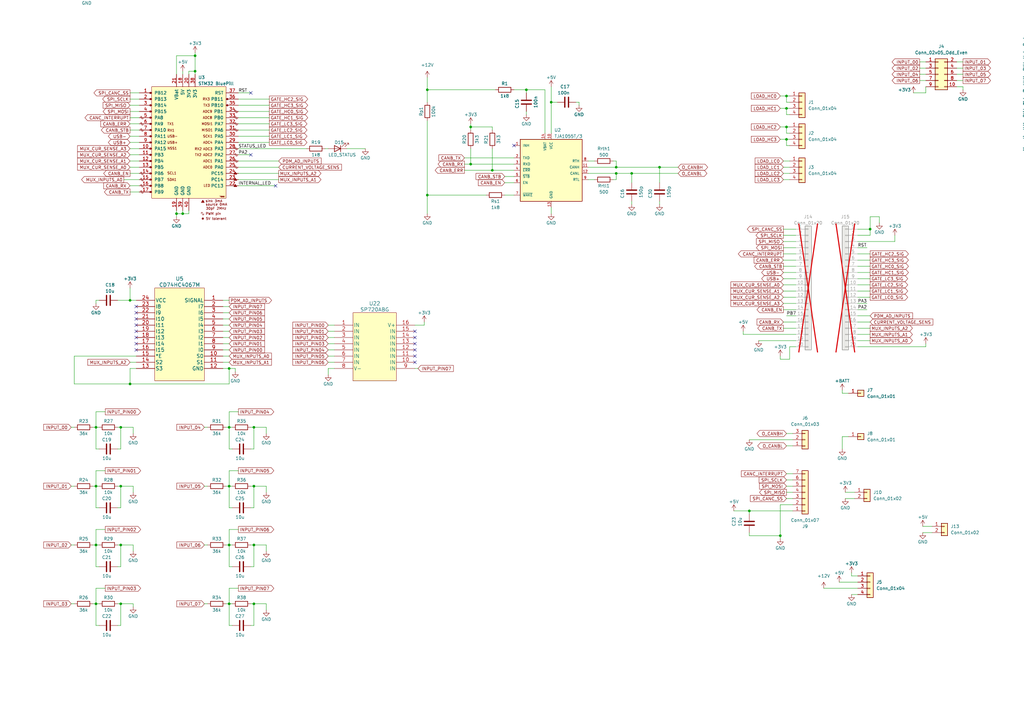
<source format=kicad_sch>
(kicad_sch (version 20230121) (generator eeschema)
  (paper "A3")
  (junction (at 288.29 -24.13))
  (junction (at 39.37 223.52))
  (junction (at 655.32 93.98))
  (junction (at 116.84 -20.32))
  (junction (at 203.2 -57.15))
  (junction (at 11.43 -10.16))
  (junction (at 116.84 -10.16))
  (junction (at 541.02 81.28))
  (junction (at 770.89 142.24))
  (junction (at 339.09 -39.37))
  (junction (at 104.14 175.26))
  (junction (at 252.73 68.58))
  (junction (at 496.57 55.88))
  (junction (at 429.26 39.37))
  (junction (at 356.87 93.98))
  (junction (at 770.89 132.08))
  (junction (at 655.32 74.93))
  (junction (at 462.28 68.58))
  (junction (at 577.85 63.5))
  (junction (at 558.8 107.95))
  (junction (at 252.73 71.12))
  (junction (at 93.98 151.13))
  (junction (at 655.32 163.83))
  (junction (at 655.32 81.28))
  (junction (at 215.9 36.83))
  (junction (at 541.02 180.34))
  (junction (at 21.59 -20.32))
  (junction (at 49.53 175.26))
  (junction (at 49.53 -20.32))
  (junction (at 480.06 67.31))
  (junction (at 322.58 52.07))
  (junction (at 496.57 66.04))
  (junction (at 462.28 81.28))
  (junction (at 288.29 -11.43))
  (junction (at 734.06 76.2))
  (junction (at 320.04 219.71))
  (junction (at 360.68 -24.13))
  (junction (at 369.57 -24.13))
  (junction (at 93.98 175.26))
  (junction (at 734.06 60.96))
  (junction (at 294.64 -11.43))
  (junction (at 655.32 100.33))
  (junction (at 736.6 191.77))
  (junction (at 226.06 41.91))
  (junction (at 541.02 97.79))
  (junction (at 39.37 199.39))
  (junction (at 734.06 100.33))
  (junction (at 673.1 109.22))
  (junction (at 756.92 191.77))
  (junction (at 751.84 109.22))
  (junction (at 495.3 135.89))
  (junction (at 734.06 93.98))
  (junction (at 736.6 163.83))
  (junction (at 74.93 87.63))
  (junction (at 421.64 -41.91))
  (junction (at 175.26 36.83))
  (junction (at 60.96 -20.32))
  (junction (at 53.34 123.19))
  (junction (at 429.26 34.29))
  (junction (at 378.46 -11.43))
  (junction (at 736.6 176.53))
  (junction (at 193.04 67.31))
  (junction (at 690.88 142.24))
  (junction (at 270.51 68.58))
  (junction (at 690.88 132.08))
  (junction (at 80.01 22.86))
  (junction (at 681.99 48.26))
  (junction (at 259.08 71.12))
  (junction (at 655.32 62.23))
  (junction (at 461.01 180.34))
  (junction (at 294.64 -24.13))
  (junction (at 736.6 182.88))
  (junction (at 307.34 209.55))
  (junction (at 375.92 -11.43))
  (junction (at 655.32 109.22))
  (junction (at 72.39 87.63))
  (junction (at 655.32 182.88))
  (junction (at 690.88 48.26))
  (junction (at 655.32 143.51))
  (junction (at 35.56 -6.35))
  (junction (at 461.01 189.23))
  (junction (at 39.37 247.65))
  (junction (at 734.06 109.22))
  (junction (at 39.37 175.26))
  (junction (at 11.43 -22.86))
  (junction (at 462.28 107.95))
  (junction (at 93.98 247.65))
  (junction (at 486.41 135.89))
  (junction (at 655.32 176.53))
  (junction (at 322.58 57.15))
  (junction (at 93.98 223.52))
  (junction (at 193.04 52.07))
  (junction (at 201.93 69.85))
  (junction (at 541.02 151.13))
  (junction (at 49.53 223.52))
  (junction (at 655.32 157.48))
  (junction (at 462.28 97.79))
  (junction (at 487.68 55.88))
  (junction (at 49.53 247.65))
  (junction (at 495.3 146.05))
  (junction (at 35.56 -10.16))
  (junction (at 461.01 151.13))
  (junction (at 673.1 191.77))
  (junction (at 322.58 44.45))
  (junction (at 759.46 49.53))
  (junction (at 93.98 199.39))
  (junction (at 55.88 -20.32))
  (junction (at 130.81 -10.16))
  (junction (at 574.04 138.43))
  (junction (at 243.84 -29.21))
  (junction (at 577.85 53.34))
  (junction (at 568.96 53.34))
  (junction (at 768.35 59.69))
  (junction (at 478.79 189.23))
  (junction (at 736.6 157.48))
  (junction (at 104.14 199.39))
  (junction (at 49.53 199.39))
  (junction (at 421.64 -39.37))
  (junction (at 762 132.08))
  (junction (at 175.26 80.01))
  (junction (at 574.04 148.59))
  (junction (at -8.89 -24.13))
  (junction (at 681.99 132.08))
  (junction (at 768.35 49.53))
  (junction (at 736.6 143.51))
  (junction (at -8.89 -20.32))
  (junction (at 655.32 191.77))
  (junction (at 53.34 157.48))
  (junction (at 11.43 -20.32))
  (junction (at 339.09 -41.91))
  (junction (at 279.4 -24.13))
  (junction (at 734.06 81.28))
  (junction (at 104.14 247.65))
  (junction (at 322.58 39.37))
  (junction (at 49.53 -10.16))
  (junction (at 21.59 -10.16))
  (junction (at 375.92 -24.13))
  (junction (at 144.78 -20.32))
  (junction (at 541.02 107.95))
  (junction (at 429.26 43.18))
  (junction (at 369.57 -11.43))
  (junction (at 104.14 223.52))
  (junction (at 541.02 68.58))
  (junction (at 690.88 58.42))
  (junction (at 461.01 163.83))
  (junction (at 541.02 189.23))
  (junction (at 80.01 29.21))
  (junction (at 478.79 107.95))
  (junction (at 558.8 189.23))
  (junction (at 565.15 138.43))
  (junction (at 541.02 163.83))
  (no_connect (at 55.88 135.89))
  (no_connect (at 297.18 -44.45))
  (no_connect (at 113.03 76.2))
  (no_connect (at 170.18 138.43))
  (no_connect (at 55.88 133.35))
  (no_connect (at 55.88 143.51))
  (no_connect (at 102.87 38.1))
  (no_connect (at 102.87 63.5))
  (no_connect (at 378.46 -36.83))
  (no_connect (at 378.46 -39.37))
  (no_connect (at 170.18 148.59))
  (no_connect (at 55.88 138.43))
  (no_connect (at 210.82 59.69))
  (no_connect (at 297.18 -36.83))
  (no_connect (at 297.18 -41.91))
  (no_connect (at 297.18 -39.37))
  (no_connect (at 378.46 -44.45))
  (no_connect (at 170.18 140.97))
  (no_connect (at 55.88 140.97))
  (no_connect (at 55.88 125.73))
  (no_connect (at 55.88 130.81))
  (no_connect (at 170.18 146.05))
  (no_connect (at 170.18 135.89))
  (no_connect (at 378.46 -41.91))
  (no_connect (at 170.18 143.51))
  (no_connect (at 55.88 128.27))
  (wire (pts (xy 487.68 55.88) (xy 480.06 55.88)))
  (wire (pts (xy 558.8 107.95) (xy 562.61 107.95)))
  (wire (pts (xy 461.01 180.34) (xy 467.36 180.34)))
  (wire (pts (xy 429.26 34.29) (xy 429.26 39.37)))
  (wire (pts (xy 243.84 -49.53) (xy 241.3 -49.53)))
  (wire (pts (xy 48.26 184.15) (xy 49.53 184.15)))
  (wire (pts (xy 11.43 -20.32) (xy 21.59 -20.32)))
  (wire (pts (xy 53.34 68.58) (xy 57.15 68.58)))
  (wire (pts (xy 102.87 256.54) (xy 104.14 256.54)))
  (wire (pts (xy 72.39 22.86) (xy 80.01 22.86)))
  (wire (pts (xy 655.32 176.53) (xy 655.32 182.88)))
  (wire (pts (xy 21.59 -20.32) (xy 21.59 -19.05)))
  (wire (pts (xy 93.98 217.17) (xy 93.98 223.52)))
  (wire (pts (xy 544.83 154.94) (xy 552.45 154.94)))
  (wire (pts (xy 565.15 147.32) (xy 565.15 148.59)))
  (wire (pts (xy 375.92 -57.15) (xy 378.46 -57.15)))
  (wire (pts (xy 102.87 208.28) (xy 104.14 208.28)))
  (wire (pts (xy 91.44 125.73) (xy 93.98 125.73)))
  (wire (pts (xy 321.31 73.66) (xy 323.85 73.66)))
  (wire (pts (xy 541.02 78.74) (xy 541.02 81.28)))
  (wire (pts (xy 759.46 49.53) (xy 750.57 49.53)))
  (wire (pts (xy 756.92 191.77) (xy 758.19 191.77)))
  (wire (pts (xy 53.34 151.13) (xy 53.34 157.48)))
  (wire (pts (xy 553.72 107.95) (xy 558.8 107.95)))
  (wire (pts (xy 421.64 -39.37) (xy 421.64 -36.83)))
  (wire (pts (xy 690.88 142.24) (xy 690.88 143.51)))
  (wire (pts (xy 762 142.24) (xy 770.89 142.24)))
  (wire (pts (xy 321.31 127) (xy 326.39 127)))
  (wire (pts (xy 750.57 49.53) (xy 750.57 60.96)))
  (wire (pts (xy 645.16 87.63) (xy 647.7 87.63)))
  (wire (pts (xy 53.34 60.96) (xy 57.15 60.96)))
  (wire (pts (xy 54.61 248.92) (xy 54.61 247.65)))
  (wire (pts (xy 349.25 243.84) (xy 351.79 243.84)))
  (wire (pts (xy 462.28 81.28) (xy 462.28 83.82)))
  (wire (pts (xy 251.46 66.04) (xy 252.73 66.04)))
  (wire (pts (xy 356.87 114.3) (xy 351.79 114.3)))
  (wire (pts (xy 93.98 241.3) (xy 93.98 247.65)))
  (wire (pts (xy 72.39 87.63) (xy 74.93 87.63)))
  (wire (pts (xy 339.09 -49.53) (xy 337.82 -49.53)))
  (wire (pts (xy 736.6 157.48) (xy 740.41 157.48)))
  (wire (pts (xy 252.73 73.66) (xy 252.73 71.12)))
  (wire (pts (xy 736.6 176.53) (xy 736.6 182.88)))
  (wire (pts (xy 279.4 -11.43) (xy 288.29 -11.43)))
  (wire (pts (xy 574.04 139.7) (xy 574.04 138.43)))
  (wire (pts (xy 684.53 109.22) (xy 688.34 109.22)))
  (wire (pts (xy 427.99 34.29) (xy 429.26 34.29)))
  (wire (pts (xy 49.53 -20.32) (xy 55.88 -20.32)))
  (wire (pts (xy 49.53 247.65) (xy 49.53 256.54)))
  (wire (pts (xy 655.32 93.98) (xy 655.32 100.33)))
  (wire (pts (xy 38.1 223.52) (xy 39.37 223.52)))
  (wire (pts (xy 429.26 39.37) (xy 429.26 43.18)))
  (wire (pts (xy 137.16 151.13) (xy 134.62 151.13)))
  (wire (pts (xy 323.85 142.24) (xy 326.39 142.24)))
  (wire (pts (xy 486.41 144.78) (xy 486.41 146.05)))
  (wire (pts (xy 72.39 87.63) (xy 72.39 88.9)))
  (wire (pts (xy 48.26 199.39) (xy 49.53 199.39)))
  (wire (pts (xy 321.31 114.3) (xy 326.39 114.3)))
  (wire (pts (xy 77.47 86.36) (xy 77.47 87.63)))
  (wire (pts (xy 392.43 30.48) (xy 394.97 30.48)))
  (wire (pts (xy 490.22 157.48) (xy 492.76 157.48)))
  (wire (pts (xy 39.37 208.28) (xy 39.37 199.39)))
  (wire (pts (xy 429.26 52.07) (xy 429.26 43.18)))
  (wire (pts (xy 39.37 199.39) (xy 40.64 199.39)))
  (wire (pts (xy 203.2 -54.61) (xy 205.74 -54.61)))
  (wire (pts (xy 369.57 -11.43) (xy 360.68 -11.43)))
  (wire (pts (xy 375.92 -11.43) (xy 378.46 -11.43)))
  (wire (pts (xy 259.08 82.55) (xy 259.08 83.82)))
  (wire (pts (xy 737.87 76.2) (xy 737.87 71.12)))
  (wire (pts (xy 180.34 -22.86) (xy 243.84 -22.86)))
  (wire (pts (xy 655.32 72.39) (xy 655.32 74.93)))
  (wire (pts (xy 322.58 46.99) (xy 322.58 44.45)))
  (wire (pts (xy 39.37 123.19) (xy 39.37 124.46)))
  (wire (pts (xy 680.72 92.71) (xy 680.72 93.98)))
  (wire (pts (xy 130.81 -10.16) (xy 144.78 -10.16)))
  (wire (pts (xy 770.89 140.97) (xy 770.89 142.24)))
  (wire (pts (xy 175.26 49.53) (xy 175.26 80.01)))
  (wire (pts (xy 736.6 154.94) (xy 736.6 157.48)))
  (wire (pts (xy 655.32 100.33) (xy 655.32 109.22)))
  (wire (pts (xy 322.58 52.07) (xy 323.85 52.07)))
  (wire (pts (xy 768.35 58.42) (xy 768.35 59.69)))
  (wire (pts (xy 740.41 148.59) (xy 748.03 148.59)))
  (wire (pts (xy 553.72 97.79) (xy 562.61 97.79)))
  (wire (pts (xy 461.01 163.83) (xy 461.01 166.37)))
  (wire (pts (xy 462.28 64.77) (xy 462.28 68.58)))
  (wire (pts (xy 35.56 -3.81) (xy 35.56 -6.35)))
  (wire (pts (xy 322.58 59.69) (xy 322.58 57.15)))
  (wire (pts (xy 53.34 38.1) (xy 57.15 38.1)))
  (wire (pts (xy 203.2 -36.83) (xy 205.74 -36.83)))
  (wire (pts (xy 102.87 175.26) (xy 104.14 175.26)))
  (wire (pts (xy 337.82 -39.37) (xy 339.09 -39.37)))
  (wire (pts (xy 210.82 36.83) (xy 215.9 36.83)))
  (wire (pts (xy 734.06 81.28) (xy 764.54 81.28)))
  (wire (pts (xy 102.87 232.41) (xy 104.14 232.41)))
  (wire (pts (xy 321.31 93.98) (xy 326.39 93.98)))
  (wire (pts (xy 193.04 52.07) (xy 193.04 53.34)))
  (wire (pts (xy 321.31 111.76) (xy 326.39 111.76)))
  (wire (pts (xy 39.37 193.04) (xy 43.18 193.04)))
  (wire (pts (xy 53.34 71.12) (xy 57.15 71.12)))
  (wire (pts (xy 104.14 223.52) (xy 109.22 223.52)))
  (wire (pts (xy 736.6 137.16) (xy 736.6 143.51)))
  (wire (pts (xy 495.3 146.05) (xy 495.3 147.32)))
  (wire (pts (xy 427.99 24.13) (xy 429.26 24.13)))
  (wire (pts (xy 748.03 109.22) (xy 751.84 109.22)))
  (wire (pts (xy -8.89 -10.16) (xy 11.43 -10.16)))
  (wire (pts (xy 737.87 71.12) (xy 745.49 71.12)))
  (wire (pts (xy 48.26 232.41) (xy 49.53 232.41)))
  (wire (pts (xy 39.37 232.41) (xy 39.37 223.52)))
  (wire (pts (xy 768.35 59.69) (xy 768.35 60.96)))
  (wire (pts (xy 655.32 116.84) (xy 657.86 116.84)))
  (wire (pts (xy 367.03 96.52) (xy 367.03 99.06)))
  (wire (pts (xy 201.93 53.34) (xy 201.93 52.07)))
  (wire (pts (xy 321.31 96.52) (xy 326.39 96.52)))
  (wire (pts (xy 541.02 163.83) (xy 541.02 166.37)))
  (wire (pts (xy 379.73 38.1) (xy 374.65 38.1)))
  (wire (pts (xy 734.06 58.42) (xy 734.06 60.96)))
  (wire (pts (xy 72.39 86.36) (xy 72.39 87.63)))
  (wire (pts (xy 541.02 115.57) (xy 543.56 115.57)))
  (wire (pts (xy 294.64 -57.15) (xy 297.18 -57.15)))
  (wire (pts (xy 360.68 -11.43) (xy 360.68 -13.97)))
  (wire (pts (xy 134.62 151.13) (xy 134.62 153.67)))
  (wire (pts (xy 379.73 35.56) (xy 379.73 38.1)))
  (wire (pts (xy 375.92 -52.07) (xy 378.46 -52.07)))
  (wire (pts (xy 561.34 115.57) (xy 558.8 115.57)))
  (wire (pts (xy 323.85 46.99) (xy 322.58 46.99)))
  (wire (pts (xy 734.06 72.39) (xy 734.06 76.2)))
  (wire (pts (xy 464.82 115.57) (xy 462.28 115.57)))
  (wire (pts (xy 29.21 223.52) (xy 30.48 223.52)))
  (wire (pts (xy 39.37 168.91) (xy 43.18 168.91)))
  (wire (pts (xy 91.44 143.51) (xy 93.98 143.51)))
  (wire (pts (xy 734.06 60.96) (xy 737.87 60.96)))
  (wire (pts (xy 320.04 52.07) (xy 322.58 52.07)))
  (wire (pts (xy 39.37 223.52) (xy 40.64 223.52)))
  (wire (pts (xy 466.09 160.02) (xy 474.98 160.02)))
  (wire (pts (xy 561.34 196.85) (xy 558.8 196.85)))
  (wire (pts (xy 173.99 132.08) (xy 173.99 133.35)))
  (wire (pts (xy 205.74 -57.15) (xy 203.2 -57.15)))
  (wire (pts (xy 486.41 135.89) (xy 486.41 137.16)))
  (wire (pts (xy 673.1 109.22) (xy 673.1 116.84)))
  (wire (pts (xy 351.79 236.22) (xy 349.25 236.22)))
  (wire (pts (xy 177.8 -57.15) (xy 203.2 -57.15)))
  (wire (pts (xy 496.57 55.88) (xy 487.68 55.88)))
  (wire (pts (xy 544.83 68.58) (xy 544.83 72.39)))
  (wire (pts (xy 645.16 170.18) (xy 647.7 170.18)))
  (wire (pts (xy 759.46 59.69) (xy 768.35 59.69)))
  (wire (pts (xy 116.84 -20.32) (xy 120.65 -20.32)))
  (wire (pts (xy 736.6 182.88) (xy 742.95 182.88)))
  (wire (pts (xy 568.96 63.5) (xy 577.85 63.5)))
  (wire (pts (xy 349.25 236.22) (xy 349.25 234.95)))
  (wire (pts (xy 774.7 170.18) (xy 777.24 170.18)))
  (wire (pts (xy 669.29 191.77) (xy 673.1 191.77)))
  (wire (pts (xy 736.6 163.83) (xy 767.08 163.83)))
  (wire (pts (xy 740.41 143.51) (xy 740.41 148.59)))
  (wire (pts (xy 241.3 73.66) (xy 243.84 73.66)))
  (wire (pts (xy 97.79 45.72) (xy 110.49 45.72)))
  (wire (pts (xy 421.64 -57.15) (xy 419.1 -57.15)))
  (wire (pts (xy 577.85 63.5) (xy 577.85 64.77)))
  (wire (pts (xy 764.54 92.71) (xy 764.54 93.98)))
  (wire (pts (xy 35.56 -12.7) (xy 35.56 -10.16)))
  (wire (pts (xy 659.13 74.93) (xy 659.13 71.12)))
  (wire (pts (xy 759.46 49.53) (xy 759.46 50.8)))
  (wire (pts (xy 93.98 151.13) (xy 96.52 151.13)))
  (wire (pts (xy 300.99 209.55) (xy 307.34 209.55)))
  (wire (pts (xy 11.43 -10.16) (xy 21.59 -10.16)))
  (wire (pts (xy 307.34 219.71) (xy 320.04 219.71)))
  (wire (pts (xy 93.98 256.54) (xy 93.98 247.65)))
  (wire (pts (xy 655.32 100.33) (xy 661.67 100.33)))
  (wire (pts (xy 91.44 146.05) (xy 93.98 146.05)))
  (wire (pts (xy 681.99 57.15) (xy 681.99 58.42)))
  (wire (pts (xy 762 132.08) (xy 753.11 132.08)))
  (wire (pts (xy -8.89 -19.05) (xy -8.89 -20.32)))
  (wire (pts (xy 378.46 -24.13) (xy 375.92 -24.13)))
  (wire (pts (xy 97.79 60.96) (xy 125.73 60.96)))
  (wire (pts (xy 375.92 -11.43) (xy 375.92 -10.16)))
  (wire (pts (xy 50.8 73.66) (xy 57.15 73.66)))
  (wire (pts (xy 93.98 232.41) (xy 93.98 223.52)))
  (wire (pts (xy 367.03 99.06) (xy 351.79 99.06)))
  (wire (pts (xy 541.02 189.23) (xy 541.02 196.85)))
  (wire (pts (xy 346.71 201.93) (xy 350.52 201.93)))
  (wire (pts (xy 109.22 247.65) (xy 109.22 250.19)))
  (wire (pts (xy 40.64 232.41) (xy 39.37 232.41)))
  (wire (pts (xy 93.98 168.91) (xy 97.79 168.91)))
  (wire (pts (xy -8.89 -20.32) (xy -1.27 -20.32)))
  (wire (pts (xy 297.18 -21.59) (xy 294.64 -21.59)))
  (wire (pts (xy 734.06 109.22) (xy 734.06 116.84)))
  (wire (pts (xy 270.51 82.55) (xy 270.51 83.82)))
  (wire (pts (xy 356.87 106.68) (xy 351.79 106.68)))
  (wire (pts (xy 279.4 -13.97) (xy 279.4 -11.43)))
  (wire (pts (xy 259.08 71.12) (xy 278.13 71.12)))
  (wire (pts (xy 201.93 69.85) (xy 210.82 69.85)))
  (wire (pts (xy 337.82 -41.91) (xy 339.09 -41.91)))
  (wire (pts (xy 137.16 148.59) (xy 134.62 148.59)))
  (wire (pts (xy 419.1 -44.45) (xy 421.64 -44.45)))
  (wire (pts (xy 49.53 199.39) (xy 49.53 208.28)))
  (wire (pts (xy 104.14 199.39) (xy 109.22 199.39)))
  (wire (pts (xy 241.3 -36.83) (xy 243.84 -36.83)))
  (wire (pts (xy 339.09 -41.91) (xy 342.9 -41.91)))
  (wire (pts (xy 567.69 157.48) (xy 570.23 157.48)))
  (wire (pts (xy 60.96 -10.16) (xy 49.53 -10.16)))
  (wire (pts (xy 351.79 142.24) (xy 379.73 142.24)))
  (wire (pts (xy 461.01 151.13) (xy 466.09 151.13)))
  (wire (pts (xy 356.87 88.9) (xy 360.68 88.9)))
  (wire (pts (xy 91.44 135.89) (xy 93.98 135.89)))
  (wire (pts (xy 321.31 116.84) (xy 326.39 116.84)))
  (wire (pts (xy 60.96 -11.43) (xy 60.96 -10.16)))
  (wire (pts (xy 763.27 100.33) (xy 767.08 100.33)))
  (wire (pts (xy 203.2 -58.42) (xy 203.2 -57.15)))
  (wire (pts (xy 83.82 175.26) (xy 85.09 175.26)))
  (wire (pts (xy 480.06 55.88) (xy 480.06 67.31)))
  (wire (pts (xy 655.32 109.22) (xy 661.67 109.22)))
  (wire (pts (xy 541.02 147.32) (xy 541.02 151.13)))
  (wire (pts (xy 322.58 182.88) (xy 325.12 182.88)))
  (wire (pts (xy 541.02 180.34) (xy 541.02 189.23)))
  (wire (pts (xy 461.01 161.29) (xy 461.01 163.83)))
  (wire (pts (xy 673.1 109.22) (xy 676.91 109.22)))
  (wire (pts (xy 259.08 71.12) (xy 259.08 74.93)))
  (wire (pts (xy 681.99 132.08) (xy 671.83 132.08)))
  (wire (pts (xy 462.28 97.79) (xy 462.28 107.95)))
  (wire (pts (xy 736.6 143.51) (xy 740.41 143.51)))
  (wire (pts (xy 321.31 71.12) (xy 323.85 71.12)))
  (wire (pts (xy 680.72 175.26) (xy 680.72 176.53)))
  (wire (pts (xy 109.22 199.39) (xy 109.22 201.93)))
  (wire (pts (xy 251.46 73.66) (xy 252.73 73.66)))
  (wire (pts (xy 480.06 67.31) (xy 480.06 68.58)))
  (wire (pts (xy 279.4 -24.13) (xy 279.4 -21.59)))
  (wire (pts (xy 53.34 43.18) (xy 57.15 43.18)))
  (wire (pts (xy 462.28 97.79) (xy 467.36 97.79)))
  (wire (pts (xy 378.46 -21.59) (xy 375.92 -21.59)))
  (wire (pts (xy 360.68 -25.4) (xy 360.68 -24.13)))
  (wire (pts (xy 91.44 148.59) (xy 93.98 148.59)))
  (wire (pts (xy 33.02 -3.81) (xy 33.02 -6.35)))
  (wire (pts (xy 377.19 30.48) (xy 379.73 30.48)))
  (wire (pts (xy 690.88 133.35) (xy 690.88 132.08)))
  (wire (pts (xy 83.82 247.65) (xy 85.09 247.65)))
  (wire (pts (xy 90.17 -20.32) (xy 97.79 -20.32)))
  (wire (pts (xy 655.32 182.88) (xy 660.4 182.88)))
  (wire (pts (xy 223.52 36.83) (xy 223.52 54.61)))
  (wire (pts (xy 175.26 80.01) (xy 175.26 87.63)))
  (wire (pts (xy 130.81 -12.7) (xy 130.81 -10.16)))
  (wire (pts (xy 541.02 153.67) (xy 541.02 151.13)))
  (wire (pts (xy 768.35 46.99) (xy 768.35 49.53)))
  (wire (pts (xy 690.88 45.72) (xy 690.88 48.26)))
  (wire (pts (xy 53.34 66.04) (xy 57.15 66.04)))
  (wire (pts (xy 740.41 153.67) (xy 748.03 153.67)))
  (wire (pts (xy 678.18 199.39) (xy 673.1 199.39)))
  (wire (pts (xy 762 140.97) (xy 762 142.24)))
  (wire (pts (xy 320.04 147.32) (xy 323.85 147.32)))
  (wire (pts (xy 737.87 60.96) (xy 737.87 66.04)))
  (wire (pts (xy 541.02 64.77) (xy 541.02 68.58)))
  (wire (pts (xy 541.02 176.53) (xy 541.02 180.34)))
  (wire (pts (xy 734.06 100.33) (xy 740.41 100.33)))
  (wire (pts (xy 360.68 88.9) (xy 360.68 91.44)))
  (wire (pts (xy 116.84 -8.89) (xy 116.84 -10.16)))
  (wire (pts (xy 756.92 191.77) (xy 756.92 199.39)))
  (wire (pts (xy 429.26 52.07) (xy 427.99 52.07)))
  (wire (pts (xy 339.09 -36.83) (xy 339.09 -39.37)))
  (wire (pts (xy 93.98 175.26) (xy 95.25 175.26)))
  (wire (pts (xy 474.98 189.23) (xy 478.79 189.23)))
  (wire (pts (xy 53.34 50.8) (xy 57.15 50.8)))
  (wire (pts (xy 193.04 50.8) (xy 193.04 52.07)))
  (wire (pts (xy 655.32 137.16) (xy 655.32 143.51)))
  (wire (pts (xy 570.23 180.34) (xy 575.31 180.34)))
  (wire (pts (xy 491.49 180.34) (xy 495.3 180.34)))
  (wire (pts (xy 207.01 74.93) (xy 210.82 74.93)))
  (wire (pts (xy 655.32 74.93) (xy 655.32 81.28)))
  (wire (pts (xy 541.02 107.95) (xy 541.02 115.57)))
  (wire (pts (xy 321.31 109.22) (xy 326.39 109.22)))
  (wire (pts (xy 193.04 67.31) (xy 210.82 67.31)))
  (wire (pts (xy 759.46 58.42) (xy 759.46 59.69)))
  (wire (pts (xy 339.09 -52.07) (xy 337.82 -52.07)))
  (wire (pts (xy 345.44 161.29) (xy 347.98 161.29)))
  (wire (pts (xy 241.3 -39.37) (xy 243.84 -39.37)))
  (wire (pts (xy 140.97 -20.32) (xy 144.78 -20.32)))
  (wire (pts (xy 53.34 63.5) (xy 57.15 63.5)))
  (wire (pts (xy 137.16 146.05) (xy 134.62 146.05)))
  (wire (pts (xy 321.31 66.04) (xy 323.85 66.04)))
  (wire (pts (xy 288.29 -24.13) (xy 294.64 -24.13)))
  (wire (pts (xy 462.28 107.95) (xy 467.36 107.95)))
  (wire (pts (xy 104.14 175.26) (xy 109.22 175.26)))
  (wire (pts (xy 659.13 157.48) (xy 659.13 153.67)))
  (wire (pts (xy 668.02 182.88) (xy 676.91 182.88)))
  (wire (pts (xy 570.23 97.79) (xy 575.31 97.79)))
  (wire (pts (xy 392.43 27.94) (xy 394.97 27.94)))
  (wire (pts (xy 40.64 184.15) (xy 39.37 184.15)))
  (wire (pts (xy 655.32 92.71) (xy 655.32 93.98)))
  (wire (pts (xy 104.14 223.52) (xy 104.14 232.41)))
  (wire (pts (xy 421.64 -39.37) (xy 421.64 -41.91)))
  (wire (pts (xy 659.13 62.23) (xy 659.13 66.04)))
  (wire (pts (xy -8.89 -24.13) (xy -8.89 -20.32)))
  (wire (pts (xy 26.67 -3.81) (xy 33.02 -3.81)))
  (wire (pts (xy 681.99 151.13) (xy 684.53 151.13)))
  (wire (pts (xy 768.35 50.8) (xy 768.35 49.53)))
  (wire (pts (xy 734.06 116.84) (xy 736.6 116.84)))
  (wire (pts (xy 351.79 134.62) (xy 356.87 134.62)))
  (wire (pts (xy 48.26 208.28) (xy 49.53 208.28)))
  (wire (pts (xy 294.64 -13.97) (xy 297.18 -13.97)))
  (wire (pts (xy 35.56 -6.35) (xy 35.56 -10.16)))
  (wire (pts (xy 320.04 44.45) (xy 322.58 44.45)))
  (wire (pts (xy 337.82 241.3) (xy 351.79 241.3)))
  (wire (pts (xy 321.31 101.6) (xy 326.39 101.6)))
  (wire (pts (xy 76.2 -20.32) (xy 82.55 -20.32)))
  (wire (pts (xy 294.64 -13.97) (xy 294.64 -11.43)))
  (wire (pts (xy 487.68 64.77) (xy 487.68 66.04)))
  (wire (pts (xy 690.88 49.53) (xy 690.88 48.26)))
  (wire (pts (xy 356.87 88.9) (xy 356.87 93.98)))
  (wire (pts (xy 91.44 133.35) (xy 93.98 133.35)))
  (wire (pts (xy 655.32 143.51) (xy 655.32 147.32)))
  (wire (pts (xy 53.34 118.11) (xy 53.34 123.19)))
  (wire (pts (xy 72.39 30.48) (xy 72.39 22.86)))
  (wire (pts (xy 673.1 191.77) (xy 676.91 191.77)))
  (wire (pts (xy 243.84 -31.75) (xy 241.3 -31.75)))
  (wire (pts (xy 461.01 176.53) (xy 461.01 180.34)))
  (wire (pts (xy 11.43 -22.86) (xy 11.43 -20.32)))
  (wire (pts (xy 226.06 35.56) (xy 226.06 41.91)))
  (wire (pts (xy 577.85 50.8) (xy 577.85 53.34)))
  (wire (pts (xy 190.5 64.77) (xy 210.82 64.77)))
  (wire (pts (xy 544.83 163.83) (xy 544.83 160.02)))
  (wire (pts (xy 369.57 -11.43) (xy 375.92 -11.43)))
  (wire (pts (xy 97.79 40.64) (xy 110.49 40.64)))
  (wire (pts (xy 369.57 -24.13) (xy 369.57 -21.59)))
  (wire (pts (xy 351.79 137.16) (xy 356.87 137.16)))
  (wire (pts (xy 53.34 78.74) (xy 57.15 78.74)))
  (wire (pts (xy 83.82 223.52) (xy 85.09 223.52)))
  (wire (pts (xy 690.88 57.15) (xy 690.88 58.42)))
  (wire (pts (xy 49.53 223.52) (xy 49.53 232.41)))
  (wire (pts (xy 486.41 135.89) (xy 480.06 135.89)))
  (wire (pts (xy 48.26 123.19) (xy 53.34 123.19)))
  (wire (pts (xy 322.58 54.61) (xy 322.58 52.07)))
  (wire (pts (xy 97.79 73.66) (xy 114.3 73.66)))
  (wire (pts (xy 553.72 189.23) (xy 558.8 189.23)))
  (wire (pts (xy 734.06 76.2) (xy 737.87 76.2)))
  (wire (pts (xy 6.35 -20.32) (xy 11.43 -20.32)))
  (wire (pts (xy 48.26 175.26) (xy 49.53 175.26)))
  (wire (pts (xy 427.99 43.18) (xy 429.26 43.18)))
  (wire (pts (xy 659.13 71.12) (xy 666.75 71.12)))
  (wire (pts (xy 49.53 -20.32) (xy 49.53 -19.05)))
  (wire (pts (xy 11.43 -20.32) (xy 11.43 -19.05)))
  (wire (pts (xy 304.8 137.16) (xy 326.39 137.16)))
  (wire (pts (xy 175.26 36.83) (xy 175.26 41.91)))
  (wire (pts (xy 655.32 163.83) (xy 655.32 165.1)))
  (wire (pts (xy 751.84 109.22) (xy 755.65 109.22)))
  (wire (pts (xy 323.85 147.32) (xy 323.85 142.24)))
  (wire (pts (xy 736.6 157.48) (xy 736.6 163.83)))
  (wire (pts (xy 767.08 175.26) (xy 767.08 176.53)))
  (wire (pts (xy 655.32 81.28) (xy 655.32 82.55)))
  (wire (pts (xy 322.58 199.39) (xy 325.12 199.39)))
  (wire (pts (xy 421.64 -52.07) (xy 419.1 -52.07)))
  (wire (pts (xy 74.93 29.21) (xy 74.93 30.48)))
  (wire (pts (xy 466.09 160.02) (xy 466.09 163.83)))
  (wire (pts (xy 767.08 165.1) (xy 767.08 163.83)))
  (wire (pts (xy 764.54 82.55) (xy 764.54 81.28)))
  (wire (pts (xy 241.3 -34.29) (xy 243.84 -34.29)))
  (wire (pts (xy 270.51 68.58) (xy 270.51 74.93)))
  (wire (pts (xy 93.98 151.13) (xy 91.44 151.13)))
  (wire (pts (xy -8.89 -11.43) (xy -8.89 -10.16)))
  (wire (pts (xy 322.58 39.37) (xy 323.85 39.37)))
  (wire (pts (xy 734.06 109.22) (xy 740.41 109.22)))
  (wire (pts (xy 369.57 -24.13) (xy 360.68 -24.13)))
  (wire (pts (xy 21.59 -20.32) (xy 25.4 -20.32)))
  (wire (pts (xy 205.74 -34.29) (xy 180.34 -34.29)))
  (wire (pts (xy 462.28 68.58) (xy 466.09 68.58)))
  (wire (pts (xy 97.79 63.5) (xy 102.87 63.5)))
  (wire (pts (xy 53.34 48.26) (xy 57.15 48.26)))
  (wire (pts (xy 29.21 175.26) (xy 30.48 175.26)))
  (wire (pts (xy 478.79 107.95) (xy 483.87 107.95)))
  (wire (pts (xy 450.85 171.45) (xy 453.39 171.45)))
  (wire (pts (xy 655.32 157.48) (xy 659.13 157.48)))
  (wire (pts (xy 279.4 -25.4) (xy 279.4 -24.13)))
  (wire (pts (xy 577.85 53.34) (xy 568.96 53.34)))
  (wire (pts (xy 544.83 77.47) (xy 544.83 81.28)))
  (wire (pts (xy 39.37 256.54) (xy 39.37 247.65)))
  (wire (pts (xy 680.72 81.28) (xy 655.32 81.28)))
  (wire (pts (xy 759.46 199.39) (xy 756.92 199.39)))
  (wire (pts (xy 339.09 -54.61) (xy 337.82 -54.61)))
  (wire (pts (xy 736.6 191.77) (xy 736.6 198.12)))
  (wire (pts (xy 80.01 29.21) (xy 80.01 30.48)))
  (wire (pts (xy 321.31 121.92) (xy 326.39 121.92)))
  (wire (pts (xy 680.72 93.98) (xy 655.32 93.98)))
  (wire (pts (xy 321.31 104.14) (xy 326.39 104.14)))
  (wire (pts (xy 345.44 184.15) (xy 345.44 179.07)))
  (wire (pts (xy 180.34 -34.29) (xy 180.34 -22.86)))
  (wire (pts (xy 177.8 -57.15) (xy 177.8 -54.61)))
  (wire (pts (xy 756.92 116.84) (xy 751.84 116.84)))
  (wire (pts (xy 763.27 109.22) (xy 767.08 109.22)))
  (wire (pts (xy 92.71 175.26) (xy 93.98 175.26)))
  (wire (pts (xy 203.2 -52.07) (xy 205.74 -52.07)))
  (wire (pts (xy 751.84 109.22) (xy 751.84 116.84)))
  (wire (pts (xy 321.31 106.68) (xy 326.39 106.68)))
  (wire (pts (xy 774.7 87.63) (xy 772.16 87.63)))
  (wire (pts (xy 294.64 -52.07) (xy 297.18 -52.07)))
  (wire (pts (xy 207.01 72.39) (xy 210.82 72.39)))
  (wire (pts (xy 93.98 168.91) (xy 93.98 175.26)))
  (wire (pts (xy 102.87 223.52) (xy 104.14 223.52)))
  (wire (pts (xy 655.32 154.94) (xy 655.32 157.48)))
  (wire (pts (xy 369.57 -24.13) (xy 375.92 -24.13)))
  (wire (pts (xy 655.32 157.48) (xy 655.32 163.83)))
  (wire (pts (xy 53.34 45.72) (xy 57.15 45.72)))
  (wire (pts (xy 496.57 57.15) (xy 496.57 55.88)))
  (wire (pts (xy 544.83 160.02) (xy 552.45 160.02)))
  (wire (pts (xy 655.32 58.42) (xy 655.32 62.23)))
  (wire (pts (xy 466.09 154.94) (xy 474.98 154.94)))
  (wire (pts (xy 765.81 191.77) (xy 769.62 191.77)))
  (wire (pts (xy 659.13 148.59) (xy 666.75 148.59)))
  (wire (pts (xy 574.04 147.32) (xy 574.04 148.59)))
  (wire (pts (xy 203.2 -49.53) (xy 205.74 -49.53)))
  (wire (pts (xy 190.5 67.31) (xy 193.04 67.31)))
  (wire (pts (xy 541.02 68.58) (xy 541.02 71.12)))
  (wire (pts (xy 541.02 196.85) (xy 543.56 196.85)))
  (wire (pts (xy 684.53 100.33) (xy 688.34 100.33)))
  (wire (pts (xy 478.79 189.23) (xy 483.87 189.23)))
  (wire (pts (xy 351.79 132.08) (xy 356.87 132.08)))
  (wire (pts (xy 30.48 146.05) (xy 30.48 157.48)))
  (wire (pts (xy 690.88 87.63) (xy 688.34 87.63)))
  (wire (pts (xy 320.04 219.71) (xy 320.04 220.98)))
  (wire (pts (xy -15.24 -24.13) (xy -8.89 -24.13)))
  (wire (pts (xy 144.78 -11.43) (xy 144.78 -10.16)))
  (wire (pts (xy 378.46 -13.97) (xy 378.46 -11.43)))
  (wire (pts (xy 95.25 184.15) (xy 93.98 184.15)))
  (wire (pts (xy 734.06 92.71) (xy 734.06 93.98)))
  (wire (pts (xy 241.3 68.58) (xy 252.73 68.58)))
  (wire (pts (xy 54.61 223.52) (xy 54.61 226.06)))
  (wire (pts (xy 201.93 60.96) (xy 201.93 69.85)))
  (wire (pts (xy 541.02 97.79) (xy 541.02 107.95)))
  (wire (pts (xy 307.34 210.82) (xy 307.34 209.55)))
  (wire (pts (xy 104.14 247.65) (xy 104.14 256.54)))
  (wire (pts (xy 110.49 58.42) (xy 97.79 58.42)))
  (wire (pts (xy 466.09 72.39) (xy 466.09 68.58)))
  (wire (pts (xy 93.98 184.15) (xy 93.98 175.26)))
  (wire (pts (xy 307.34 180.34) (xy 325.12 180.34)))
  (wire (pts (xy 91.44 123.19) (xy 93.98 123.19)))
  (wire (pts (xy 466.09 154.94) (xy 466.09 151.13)))
  (wire (pts (xy 541.02 93.98) (xy 541.02 97.79)))
  (wire (pts (xy 322.58 201.93) (xy 325.12 201.93)))
  (wire (pts (xy 116.84 -20.32) (xy 116.84 -19.05)))
  (wire (pts (xy 321.31 99.06) (xy 326.39 99.06)))
  (wire (pts (xy 574.04 138.43) (xy 565.15 138.43)))
  (wire (pts (xy 736.6 191.77) (xy 746.76 191.77)))
  (wire (pts (xy 35.56 -10.16) (xy 21.59 -10.16)))
  (wire (pts (xy 93.98 241.3) (xy 97.79 241.3)))
  (wire (pts (xy 11.43 -22.86) (xy 19.05 -22.86)))
  (wire (pts (xy 351.79 101.6) (xy 355.6 101.6)))
  (wire (pts (xy 339.09 -41.91) (xy 339.09 -44.45)))
  (wire (pts (xy 659.13 66.04) (xy 666.75 66.04)))
  (wire (pts (xy 684.53 191.77) (xy 688.34 191.77)))
  (wire (pts (xy 93.98 247.65) (xy 95.25 247.65)))
  (wire (pts (xy 474.98 180.34) (xy 483.87 180.34)))
  (wire (pts (xy 97.79 66.04) (xy 114.3 66.04)))
  (wire (pts (xy 137.16 138.43) (xy 134.62 138.43)))
  (wire (pts (xy 304.8 135.89) (xy 304.8 137.16)))
  (wire (pts (xy 360.68 -24.13) (xy 360.68 -21.59)))
  (wire (pts (xy 753.11 132.08) (xy 753.11 143.51)))
  (wire (pts (xy 655.32 74.93) (xy 659.13 74.93)))
  (wire (pts (xy 544.83 151.13) (xy 544.83 154.94)))
  (wire (pts (xy 321.31 132.08) (xy 326.39 132.08)))
  (wire (pts (xy 83.82 199.39) (xy 85.09 199.39)))
  (wire (pts (xy 54.61 175.26) (xy 54.61 177.8)))
  (wire (pts (xy 93.98 208.28) (xy 93.98 199.39)))
  (wire (pts (xy 350.52 204.47) (xy 346.71 204.47)))
  (wire (pts (xy 496.57 66.04) (xy 496.57 67.31)))
  (wire (pts (xy 144.78 -20.32) (xy 144.78 -19.05)))
  (wire (pts (xy 421.64 -49.53) (xy 419.1 -49.53)))
  (wire (pts (xy 294.64 -54.61) (xy 297.18 -54.61)))
  (wire (pts (xy 39.37 241.3) (xy 43.18 241.3)))
  (wire (pts (xy 48.26 247.65) (xy 49.53 247.65)))
  (wire (pts (xy 568.96 62.23) (xy 568.96 63.5)))
  (wire (pts (xy 74.93 86.36) (xy 74.93 87.63)))
  (wire (pts (xy 339.09 -57.15) (xy 337.82 -57.15)))
  (wire (pts (xy 544.83 68.58) (xy 541.02 68.58)))
  (wire (pts (xy 96.52 151.13) (xy 96.52 152.4)))
  (wire (pts (xy 577.85 54.61) (xy 577.85 53.34)))
  (wire (pts (xy 375.92 -24.13) (xy 375.92 -21.59)))
  (wire (pts (xy 462.28 93.98) (xy 462.28 97.79)))
  (wire (pts (xy 288.29 -11.43) (xy 294.64 -11.43)))
  (wire (pts (xy 243.84 -41.91) (xy 241.3 -41.91)))
  (wire (pts (xy 109.22 223.52) (xy 109.22 226.06)))
  (wire (pts (xy 48.26 256.54) (xy 49.53 256.54)))
  (wire (pts (xy 378.46 215.9) (xy 382.27 215.9)))
  (wire (pts (xy 421.64 -44.45) (xy 421.64 -41.91)))
  (wire (pts (xy 241.3 -57.15) (xy 243.84 -57.15)))
  (wire (pts (xy 723.9 87.63) (xy 726.44 87.63)))
  (wire (pts (xy 95.25 208.28) (xy 93.98 208.28)))
  (wire (pts (xy 734.06 60.96) (xy 734.06 64.77)))
  (wire (pts (xy 684.53 182.88) (xy 688.34 182.88)))
  (wire (pts (xy 33.02 -6.35) (xy 35.56 -6.35)))
  (wire (pts (xy 541.02 163.83) (xy 544.83 163.83)))
  (wire (pts (xy 419.1 -41.91) (xy 421.64 -41.91)))
  (wire (pts (xy 474.98 97.79) (xy 483.87 97.79)))
  (wire (pts (xy 356.87 121.92) (xy 351.79 121.92)))
  (wire (pts (xy 690.88 132.08) (xy 681.99 132.08)))
  (wire (pts (xy 109.22 175.26) (xy 109.22 177.8)))
  (wire (pts (xy 767.08 176.53) (xy 736.6 176.53)))
  (wire (pts (xy 737.87 66.04) (xy 745.49 66.04)))
  (wire (pts (xy 655.32 175.26) (xy 655.32 176.53)))
  (wire (pts (xy 320.04 207.01) (xy 320.04 219.71)))
  (wire (pts (xy 320.04 39.37) (xy 322.58 39.37)))
  (wire (pts (xy 736.6 175.26) (xy 736.6 176.53)))
  (wire (pts (xy 207.01 80.01) (xy 210.82 80.01)))
  (wire (pts (xy 215.9 36.83) (xy 215.9 38.1)))
  (wire (pts (xy 571.5 189.23) (xy 575.31 189.23)))
  (wire (pts (xy 496.57 53.34) (xy 496.57 55.88)))
  (wire (pts (xy 93.98 223.52) (xy 95.25 223.52)))
  (wire (pts (xy 325.12 207.01) (xy 320.04 207.01)))
  (wire (pts (xy 137.16 143.51) (xy 134.62 143.51)))
  (wire (pts (xy 320.04 146.05) (xy 320.04 147.32)))
  (wire (pts (xy 39.37 193.04) (xy 39.37 199.39)))
  (wire (pts (xy 45.72 -20.32) (xy 49.53 -20.32)))
  (wire (pts (xy 137.16 133.35) (xy 134.62 133.35)))
  (wire (pts (xy 252.73 68.58) (xy 270.51 68.58)))
  (wire (pts (xy 80.01 22.86) (xy 80.01 29.21)))
  (wire (pts (xy 241.3 66.04) (xy 243.84 66.04)))
  (wire (pts (xy 322.58 204.47) (xy 325.12 204.47)))
  (wire (pts (xy 243.84 -46.99) (xy 241.3 -46.99)))
  (wire (pts (xy 116.84 -10.16) (xy 130.81 -10.16)))
  (wire (pts (xy 570.23 74.93) (xy 574.04 74.93)))
  (wire (pts (xy 770.89 129.54) (xy 770.89 132.08)))
  (wire (pts (xy -8.89 -26.67) (xy -8.89 -24.13)))
  (wire (pts (xy 243.84 -54.61) (xy 241.3 -54.61)))
  (wire (pts (xy 322.58 194.31) (xy 325.12 194.31)))
  (wire (pts (xy 356.87 116.84) (xy 351.79 116.84)))
  (wire (pts (xy 680.72 165.1) (xy 680.72 163.83)))
  (wire (pts (xy 736.6 163.83) (xy 736.6 165.1)))
  (wire (pts (xy 203.2 -29.21) (xy 205.74 -29.21)))
  (wire (pts (xy 351.79 96.52) (xy 356.87 96.52)))
  (wire (pts (xy 491.49 107.95) (xy 495.3 107.95)))
  (wire (pts (xy 215.9 45.72) (xy 215.9 46.99)))
  (wire (pts (xy 574.04 148.59) (xy 574.04 149.86)))
  (wire (pts (xy 203.2 -41.91) (xy 205.74 -41.91)))
  (wire (pts (xy 40.64 256.54) (xy 39.37 256.54)))
  (wire (pts (xy 351.79 129.54) (xy 356.87 129.54)))
  (wire (pts (xy 356.87 109.22) (xy 351.79 109.22)))
  (wire (pts (xy 53.34 53.34) (xy 57.15 53.34)))
  (wire (pts (xy 237.49 41.91) (xy 237.49 43.18)))
  (wire (pts (xy 97.79 43.18) (xy 110.49 43.18)))
  (wire (pts (xy 558.8 189.23) (xy 558.8 196.85)))
  (wire (pts (xy 95.25 256.54) (xy 93.98 256.54)))
  (wire (pts (xy 38.1 247.65) (xy 39.37 247.65)))
  (wire (pts (xy 226.06 41.91) (xy 228.6 41.91)))
  (wire (pts (xy 77.47 29.21) (xy 80.01 29.21)))
  (wire (pts (xy 252.73 66.04) (xy 252.73 68.58)))
  (wire (pts (xy 30.48 157.48) (xy 53.34 157.48)))
  (wire (pts (xy 463.55 196.85) (xy 461.01 196.85)))
  (wire (pts (xy 462.28 81.28) (xy 466.09 81.28)))
  (wire (pts (xy 97.79 68.58) (xy 114.3 68.58)))
  (wire (pts (xy 97.79 38.1) (xy 102.87 38.1)))
  (wire (pts (xy 142.24 60.96) (xy 149.86 60.96)))
  (wire (pts (xy 574.04 135.89) (xy 574.04 138.43)))
  (wire (pts (xy 461.01 189.23) (xy 467.36 189.23)))
  (wire (pts (xy 544.83 81.28) (xy 541.02 81.28)))
  (wire (pts (xy 21.59 -11.43) (xy 21.59 -10.16)))
  (wire (pts (xy 322.58 41.91) (xy 323.85 41.91)))
  (wire (pts (xy 495.3 133.35) (xy 495.3 135.89)))
  (wire (pts (xy 55.88 146.05) (xy 30.48 146.05)))
  (wire (pts (xy 530.86 171.45) (xy 533.4 171.45)))
  (wire (pts (xy 39.37 175.26) (xy 40.64 175.26)))
  (wire (pts (xy 92.71 247.65) (xy 93.98 247.65)))
  (wire (pts (xy 375.92 -49.53) (xy 378.46 -49.53)))
  (wire (pts (xy 485.14 196.85) (xy 478.79 196.85)))
  (wire (pts (xy 558.8 189.23) (xy 563.88 189.23)))
  (wire (pts (xy 116.84 -11.43) (xy 116.84 -10.16)))
  (wire (pts (xy 345.44 160.02) (xy 345.44 161.29)))
  (wire (pts (xy 750.57 182.88) (xy 756.92 182.88)))
  (wire (pts (xy 478.79 107.95) (xy 478.79 115.57)))
  (wire (pts (xy 659.13 153.67) (xy 666.75 153.67)))
  (wire (pts (xy 392.43 25.4) (xy 394.97 25.4)))
  (wire (pts (xy 297.18 -24.13) (xy 294.64 -24.13)))
  (wire (pts (xy 763.27 151.13) (xy 765.81 151.13)))
  (wire (pts (xy 173.99 133.35) (xy 170.18 133.35)))
  (wire (pts (xy 294.64 -21.59) (xy 294.64 -24.13)))
  (wire (pts (xy 97.79 48.26) (xy 110.49 48.26)))
  (wire (pts (xy 175.26 80.01) (xy 199.39 80.01)))
  (wire (pts (xy 226.06 41.91) (xy 226.06 54.61)))
  (wire (pts (xy 39.37 217.17) (xy 39.37 223.52)))
  (wire (pts (xy 54.61 199.39) (xy 54.61 201.93)))
  (wire (pts (xy 307.34 219.71) (xy 307.34 218.44)))
  (wire (pts (xy 764.54 93.98) (xy 734.06 93.98)))
  (wire (pts (xy 487.68 55.88) (xy 487.68 57.15)))
  (wire (pts (xy 49.53 223.52) (xy 54.61 223.52)))
  (wire (pts (xy 175.26 31.75) (xy 175.26 36.83)))
  (wire (pts (xy 568.96 53.34) (xy 568.96 54.61)))
  (wire (pts (xy 203.2 -46.99) (xy 205.74 -46.99)))
  (wire (pts (xy 734.06 93.98) (xy 734.06 100.33)))
  (wire (pts (xy 530.86 88.9) (xy 533.4 88.9)))
  (wire (pts (xy 768.35 49.53) (xy 759.46 49.53)))
  (wire (pts (xy 490.22 74.93) (xy 494.03 74.93)))
  (wire (pts (xy 93.98 193.04) (xy 93.98 199.39)))
  (wire (pts (xy 294.64 -10.16) (xy 294.64 -11.43)))
  (wire (pts (xy 462.28 78.74) (xy 462.28 81.28)))
  (wire (pts (xy 116.84 -25.4) (xy 116.84 -20.32)))
  (wire (pts (xy 193.04 60.96) (xy 193.04 67.31)))
  (wire (pts (xy 486.41 146.05) (xy 495.3 146.05)))
  (wire (pts (xy 392.43 35.56) (xy 394.97 35.56)))
  (wire (pts (xy 379.73 140.97) (xy 379.73 142.24)))
  (wire (pts (xy 681.99 68.58) (xy 684.53 68.58)))
  (wire (pts (xy 544.83 77.47) (xy 554.99 77.47)))
  (wire (pts (xy 243.84 -29.21) (xy 246.38 -29.21)))
  (wire (pts (xy 680.72 176.53) (xy 655.32 176.53)))
  (wire (pts (xy 307.34 209.55) (xy 325.12 209.55)))
  (wire (pts (xy 55.88 123.19) (xy 53.34 123.19)))
  (wire (pts (xy 461.01 180.34) (xy 461.01 189.23)))
  (wire (pts (xy 39.37 247.65) (xy 40.64 247.65)))
  (wire (pts (xy 93.98 157.48) (xy 93.98 151.13)))
  (wire (pts (xy 655.32 62.23) (xy 655.32 64.77)))
  (wire (pts (xy 321.31 68.58) (xy 323.85 68.58)))
  (wire (pts (xy 690.88 170.18) (xy 688.34 170.18)))
  (wire (pts (xy 226.06 85.09) (xy 226.06 87.63)))
  (wire (pts (xy 97.79 55.88) (xy 110.49 55.88)))
  (wire (pts (xy 755.65 100.33) (xy 748.03 100.33)))
  (wire (pts (xy 740.41 157.48) (xy 740.41 153.67)))
  (wire (pts (xy 93.98 199.39) (xy 95.25 199.39)))
  (wire (pts (xy 659.13 143.51) (xy 659.13 148.59)))
  (wire (pts (xy 102.87 199.39) (xy 104.14 199.39)))
  (wire (pts (xy 49.53 199.39) (xy 54.61 199.39)))
  (wire (pts (xy 53.34 40.64) (xy 57.15 40.64)))
  (wire (pts (xy 39.37 241.3) (xy 39.37 247.65)))
  (wire (pts (xy 60.96 -24.13) (xy 60.96 -20.32)))
  (wire (pts (xy 38.1 199.39) (xy 39.37 199.39)))
  (wire (pts (xy 681.99 48.26) (xy 671.83 48.26)))
  (wire (pts (xy 461.01 189.23) (xy 461.01 196.85)))
  (wire (pts (xy 478.79 189.23) (xy 478.79 196.85)))
  (wire (pts (xy 35.56 -10.16) (xy 49.53 -10.16)))
  (wire (pts (xy 678.18 116.84) (xy 673.1 116.84)))
  (wire (pts (xy 53.34 58.42) (xy 57.15 58.42)))
  (wire (pts (xy 339.09 -39.37) (xy 339.09 -41.91)))
  (wire (pts (xy 243.84 -22.86) (xy 243.84 -29.21)))
  (wire (pts (xy 736.6 182.88) (xy 736.6 191.77)))
  (wire (pts (xy 322.58 41.91) (xy 322.58 39.37)))
  (wire (pts (xy 736.6 198.12) (xy 739.14 198.12)))
  (wire (pts (xy 462.28 68.58) (xy 462.28 71.12)))
  (wire (pts (xy 93.98 193.04) (xy 97.79 193.04)))
  (wire (pts (xy 91.44 130.81) (xy 93.98 130.81)))
  (wire (pts (xy 491.49 97.79) (xy 495.3 97.79)))
  (wire (pts (xy 558.8 107.95) (xy 558.8 115.57)))
  (wire (pts (xy 496.57 64.77) (xy 496.57 66.04)))
  (wire (pts (xy 680.72 82.55) (xy 680.72 81.28)))
  (wire (pts (xy 39.37 184.15) (xy 39.37 175.26)))
  (wire (pts (xy 311.15 139.7) (xy 326.39 139.7)))
  (wire (pts (xy 565.15 138.43) (xy 557.53 138.43)))
  (wire (pts (xy 351.79 127) (xy 355.6 127)))
  (wire (pts (xy 322.58 57.15) (xy 323.85 57.15)))
  (wire (pts (xy 382.27 218.44) (xy 378.46 218.44)))
  (wire (pts (xy 690.88 140.97) (xy 690.88 142.24)))
  (wire (pts (xy 726.44 170.18) (xy 728.98 170.18)))
  (wire (pts (xy 671.83 132.08) (xy 671.83 143.51)))
  (wire (pts (xy 133.35 60.96) (xy 134.62 60.96)))
  (wire (pts (xy 97.79 53.34) (xy 110.49 53.34)))
  (wire (pts (xy 452.12 88.9) (xy 454.66 88.9)))
  (wire (pts (xy 351.79 124.46) (xy 355.6 124.46)))
  (wire (pts (xy 734.06 100.33) (xy 734.06 109.22)))
  (wire (pts (xy 201.93 52.07) (xy 193.04 52.07)))
  (wire (pts (xy 466.09 72.39) (xy 474.98 72.39)))
  (wire (pts (xy 97.79 71.12) (xy 114.3 71.12)))
  (wire (pts (xy 323.85 54.61) (xy 322.58 54.61)))
  (wire (pts (xy 671.83 48.26) (xy 671.83 60.96)))
  (wire (pts (xy 344.17 238.76) (xy 351.79 238.76)))
  (wire (pts (xy 356.87 104.14) (xy 351.79 104.14)))
  (wire (pts (xy 104.14 199.39) (xy 104.14 208.28)))
  (wire (pts (xy 770.89 133.35) (xy 770.89 132.08)))
  (wire (pts (xy 337.82 -36.83) (xy 339.09 -36.83)))
  (wire (pts (xy 53.34 157.48) (xy 93.98 157.48)))
  (wire (pts (xy 38.1 175.26) (xy 39.37 175.26)))
  (wire (pts (xy 659.13 62.23) (xy 655.32 62.23)))
  (wire (pts (xy 570.23 107.95) (xy 575.31 107.95)))
  (wire (pts (xy 279.4 -24.13) (xy 288.29 -24.13)))
  (wire (pts (xy 541.02 81.28) (xy 541.02 83.82)))
  (wire (pts (xy 356.87 119.38) (xy 351.79 119.38)))
  (wire (pts (xy 11.43 -26.67) (xy 11.43 -22.86)))
  (wire (pts (xy 175.26 36.83) (xy 203.2 36.83)))
  (wire (pts (xy 690.88 58.42) (xy 690.88 59.69)))
  (wire (pts (xy 104.14 175.26) (xy 104.14 184.15)))
  (wire (pts (xy 322.58 177.8) (xy 325.12 177.8)))
  (wire (pts (xy 655.32 191.77) (xy 661.67 191.77)))
  (wire (pts (xy 91.44 128.27) (xy 93.98 128.27)))
  (wire (pts (xy 288.29 -21.59) (xy 288.29 -24.13)))
  (wire (pts (xy 495.3 135.89) (xy 486.41 135.89)))
  (wire (pts (xy 322.58 129.54) (xy 326.39 129.54)))
  (wire (pts (xy 95.25 232.41) (xy 93.98 232.41)))
  (wire (pts (xy 288.29 -13.97) (xy 288.29 -11.43)))
  (wire (pts (xy 321.31 124.46) (xy 326.39 124.46)))
  (wire (pts (xy 102.87 247.65) (xy 104.14 247.65)))
  (wire (pts (xy 392.43 33.02) (xy 394.97 33.02)))
  (wire (pts (xy 421.64 -54.61) (xy 419.1 -54.61)))
  (wire (pts (xy 655.32 163.83) (xy 680.72 163.83)))
  (wire (pts (xy 541.02 97.79) (xy 546.1 97.79)))
  (wire (pts (xy 92.71 199.39) (xy 93.98 199.39)))
  (wire (pts (xy 429.26 24.13) (xy 429.26 34.29)))
  (wire (pts (xy 760.73 68.58) (xy 763.27 68.58)))
  (wire (pts (xy 325.12 196.85) (xy 322.58 196.85)))
  (wire (pts (xy 541.02 107.95) (xy 546.1 107.95)))
  (wire (pts (xy 419.1 -39.37) (xy 421.64 -39.37)))
  (wire (pts (xy 673.1 191.77) (xy 673.1 199.39)))
  (wire (pts (xy 544.83 72.39) (xy 554.99 72.39)))
  (wire (pts (xy 655.32 143.51) (xy 659.13 143.51)))
  (wire (pts (xy 681.99 142.24) (xy 690.88 142.24)))
  (wire (pts (xy 270.51 68.58) (xy 278.13 68.58)))
  (wire (pts (xy 557.53 138.43) (xy 557.53 149.86)))
  (wire (pts (xy 39.37 168.91) (xy 39.37 175.26)))
  (wire (pts (xy 49.53 247.65) (xy 54.61 247.65)))
  (wire (pts (xy 53.34 76.2) (xy 57.15 76.2)))
  (wire (pts (xy 246.38 -29.21) (xy 246.38 -27.94)))
  (wire (pts (xy 770.89 142.24) (xy 770.89 143.51)))
  (wire (pts (xy 565.15 138.43) (xy 565.15 139.7)))
  (wire (pts (xy 377.19 25.4) (xy 379.73 25.4)))
  (wire (pts (xy 322.58 44.45) (xy 323.85 44.45)))
  (wire (pts (xy 541.02 151.13) (xy 544.83 151.13)))
  (wire (pts (xy 681.99 132.08) (xy 681.99 133.35)))
  (wire (pts (xy 351.79 139.7) (xy 356.87 139.7)))
  (wire (pts (xy 177.8 -46.99) (xy 177.8 -45.72)))
  (wire (pts (xy 40.64 208.28) (xy 39.37 208.28)))
  (wire (pts (xy 321.31 119.38) (xy 326.39 119.38)))
  (wire (pts (xy 655.32 199.39) (xy 657.86 199.39)))
  (wire (pts (xy 764.54 182.88) (xy 769.62 182.88)))
  (wire (pts (xy 681.99 140.97) (xy 681.99 142.24)))
  (wire (pts (xy 462.28 107.95) (xy 462.28 115.57)))
  (wire (pts (xy 215.9 36.83) (xy 223.52 36.83)))
  (wire (pts (xy 577.85 62.23) (xy 577.85 63.5)))
  (wire (pts (xy 369.57 -11.43) (xy 369.57 -13.97)))
  (wire (pts (xy 560.07 53.34) (xy 560.07 67.31)))
  (wire (pts (xy 669.29 109.22) (xy 673.1 109.22)))
  (wire (pts (xy 394.97 35.56) (xy 394.97 36.83)))
  (wire (pts (xy 77.47 30.48) (xy 77.47 29.21)))
  (wire (pts (xy 461.01 151.13) (xy 461.01 153.67)))
  (wire (pts (xy 190.5 69.85) (xy 201.93 69.85)))
  (wire (pts (xy 655.32 191.77) (xy 655.32 199.39)))
  (wire (pts (xy 49.53 -11.43) (xy 49.53 -10.16)))
  (wire (pts (xy 655.32 182.88) (xy 655.32 191.77)))
  (wire (pts (xy 770.89 132.08) (xy 762 132.08)))
  (wire (pts (xy 29.21 199.39) (xy 30.48 199.39)))
  (wire (pts (xy 92.71 223.52) (xy 93.98 223.52)))
  (wire (pts (xy 466.09 77.47) (xy 474.98 77.47)))
  (wire (pts (xy 11.43 -11.43) (xy 11.43 -10.16)))
  (wire (pts (xy 762 132.08) (xy 762 133.35)))
  (wire (pts (xy 377.19 27.94) (xy 379.73 27.94)))
  (wire (pts (xy 375.92 -54.61) (xy 378.46 -54.61)))
  (wire (pts (xy 243.84 -29.21) (xy 241.3 -29.21)))
  (wire (pts (xy 241.3 71.12) (xy 252.73 71.12)))
  (wire (pts (xy 681.99 58.42) (xy 690.88 58.42)))
  (wire (pts (xy 203.2 -31.75) (xy 205.74 -31.75)))
  (wire (pts (xy 55.88 -20.32) (xy 60.96 -20.32)))
  (wire (pts (xy 421.64 -36.83) (xy 419.1 -36.83)))
  (wire (pts (xy 39.37 217.17) (xy 43.18 217.17)))
  (wire (pts (xy 553.72 180.34) (xy 562.61 180.34)))
  (wire (pts (xy 102.87 184.15) (xy 104.14 184.15)))
  (wire (pts (xy 137.16 135.89) (xy 134.62 135.89)))
  (wire (pts (xy 91.44 140.97) (xy 93.98 140.97)))
  (wire (pts (xy 495.3 144.78) (xy 495.3 146.05)))
  (wire (pts (xy 736.6 143.51) (xy 736.6 147.32)))
  (wire (pts (xy 734.06 76.2) (xy 734.06 81.28)))
  (wire (pts (xy 356.87 111.76) (xy 351.79 111.76)))
  (wire (pts (xy 53.34 55.88) (xy 57.15 55.88)))
  (wire (pts (xy 491.49 189.23) (xy 495.3 189.23)))
  (wire (pts (xy 203.2 -39.37) (xy 205.74 -39.37)))
  (wire (pts (xy 323.85 59.69) (xy 322.58 59.69)))
  (wire (pts (xy 541.02 180.34) (xy 546.1 180.34)))
  (wire (pts (xy 495.3 137.16) (xy 495.3 135.89)))
  (wire (pts (xy 681.99 48.26) (xy 681.99 49.53)))
  (wire (pts (xy 461.01 147.32) (xy 461.01 151.13)))
  (wire (pts (xy 541.02 189.23) (xy 546.1 189.23)))
  (wire (pts (xy 97.79 76.2) (xy 113.03 76.2)))
  (wire (pts (xy 690.88 129.54) (xy 690.88 132.08)))
  (wire (pts (xy 137.16 140.97) (xy 134.62 140.97)))
  (wire (pts (xy 144.78 -24.13) (xy 144.78 -20.32)))
  (wire (pts (xy 487.68 66.04) (xy 496.57 66.04)))
  (wire (pts (xy 474.98 107.95) (xy 478.79 107.95)))
  (wire (pts (xy 48.26 223.52) (xy 49.53 223.52)))
  (wire (pts (xy 754.38 191.77) (xy 756.92 191.77)))
  (wire (pts (xy 243.84 -44.45) (xy 241.3 -44.45)))
  (wire (pts (xy 461.01 163.83) (xy 466.09 163.83)))
  (wire (pts (xy 97.79 50.8) (xy 110.49 50.8)))
  (wire (pts (xy 377.19 33.02) (xy 379.73 33.02)))
  (wire (pts (xy 55.88 151.13) (xy 53.34 151.13)))
  (wire (pts (xy 29.21 247.65) (xy 30.48 247.65)))
  (wire (pts (xy 560.07 53.34) (xy 568.96 53.34)))
  (wire (pts (xy 466.09 77.47) (xy 466.09 81.28)))
  (wire (pts (xy 297.18 -11.43) (xy 294.64 -11.43)))
  (wire (pts (xy 104.14 247.65) (xy 109.22 247.65)))
  (wire (pts (xy 690.88 48.26) (xy 681.99 48.26)))
  (wire (pts (xy 49.53 175.26) (xy 54.61 175.26)))
  (wire (pts (xy 40.64 123.19) (xy 39.37 123.19)))
  (wire (pts (xy 53.34 148.59) (xy 55.88 148.59)))
  (wire (pts (xy 345.44 179.07) (xy 347.98 179.07)))
  (wire (pts (xy 565.15 148.59) (xy 574.04 148.59)))
  (wire (pts (xy 294.64 -49.53) (xy 297.18 -49.53)))
  (wire (pts (xy 734.06 81.28) (xy 734.06 82.55)))
  (wire (pts (xy 480.06 135.89) (xy 480.06 149.86)))
  (wire (pts (xy 80.01 21.59) (xy 80.01 22.86)))
  (wire (pts (xy 421.64 -41.91) (xy 426.72 -41.91)))
  (wire (pts (xy 91.44 138.43) (xy 93.98 138.43)))
  (wire (pts (xy 320.04 57.15) (xy 322.58 57.15)))
  (wire (pts (xy 203.2 -44.45) (xy 205.74 -44.45)))
  (wire (pts (xy 171.45 151.13) (xy 170.18 151.13)))
  (wire (pts (xy 243.84 -52.07) (xy 241.3 -52.07)))
  (wire (pts (xy 356.87 96.52) (xy 356.87 93.98)))
  (wire (pts (xy 49.53 175.26) (xy 49.53 184.15)))
  (wire (pts (xy 236.22 41.91) (xy 237.49 41.91)))
  (wire (pts (xy 74.93 87.63) (xy 77.47 87.63)))
  (wire (pts (xy 93.98 217.17) (xy 97.79 217.17)))
  (wire (pts (xy 351.79 93.98) (xy 356.87 93.98)))
  (wire (pts (xy 321.31 134.62) (xy 326.39 134.62)))
  (wire (pts (xy 252.73 71.12) (xy 259.08 71.12)))
  (wire (pts (xy 339.09 -44.45) (xy 337.82 -44.45)))
  (wire (pts (xy 485.14 115.57) (xy 478.79 115.57)))
  (wire (pts (xy 60.96 -20.32) (xy 68.58 -20.32)))
  (wire (pts (xy 60.96 -20.32) (xy 60.96 -19.05)))
  (wire (pts (xy 669.29 100.33) (xy 676.91 100.33)))
  (wire (pts (xy 541.02 161.29) (xy 541.02 163.83)))
  (wire (pts (xy 655.32 116.84) (xy 655.32 109.22)))
  (text "Mosfet High Side Gate Drivers" (at 346.71 -69.85 0) (effects (font (size 1.27 1.27)) (justify left bottom)))
  (text "Current and Voltage Sense, Switch - HIGH CURRENT (20A)\n" (at 681.99 43.18 0) (effects (font (size 1.27 1.27)) (justify left bottom)))
  (text "Analog Multiplexer for Current and Voltage Readings" (at 195.58 -69.85 0) (effects (font (size 1.27 1.27)) (justify left bottom)))
  (text "Current and Voltage Sense, Switch - LOW CURRENT (10A)" (at 488.95 46.99 0) (effects (font (size 1.27 1.27)) (justify left bottom)))
  (label "PA2" (at 97.79 63.5 0))
  (label "SENSE+_LC0" (at 467.36 72.39 0) (effects (font (size 0.635 0.635))))
  (label "SENSE+_HC2" (at 740.41 148.59 0) (effects (font (size 0.635 0.635))))
  (label "SENSE+_LC1" (at 466.09 154.94 0) (effects (font (size 0.635 0.635))))
  (label "RST" (at 351.79 101.6 0))
  (label "SENSE-_HC1" (at 659.13 71.12 0) (effects (font (size 0.635 0.635))))
  (label "SENSE-_LC3" (at 546.1 77.47 0) (effects (font (size 0.635 0.635))))
  (label "SENSE+_LC2" (at 544.83 154.94 0) (effects (font (size 0.635 0.635))))
  (label "SENSE-_HC2" (at 740.41 153.67 0) (effects (font (size 0.635 0.635))))
  (label "SENSE-_LC1" (at 466.09 160.02 0) (effects (font (size 0.635 0.635))))
  (label "SENSE-_HC3" (at 737.87 71.12 0) (effects (font (size 0.635 0.635))))
  (label "PB7" (at 322.58 129.54 0))
  (label "SENSE+_HC3" (at 737.87 66.04 0) (effects (font (size 0.635 0.635))))
  (label "SENSE-_HC0" (at 659.13 153.67 0) (effects (font (size 0.635 0.635))))
  (label "RST" (at 97.79 38.1 0))
  (label "SENSE+_HC0" (at 659.13 148.59 0) (effects (font (size 0.635 0.635))))
  (label "INTERNAL_LED" (at 97.79 76.2 0))
  (label "SENSE-_LC2" (at 544.83 160.02 0) (effects (font (size 0.635 0.635))))
  (label "PA2" (at 351.79 127 0))
  (label "STATUS_LED" (at 97.79 60.96 0))
  (label "SENSE+_LC3" (at 546.1 72.39 0) (effects (font (size 0.635 0.635))))
  (label "PA3" (at 351.79 124.46 0))
  (label "SENSE+_HC1" (at 659.13 66.04 0) (effects (font (size 0.635 0.635))))
  (label "SENSE-_LC0" (at 467.36 77.47 0) (effects (font (size 0.635 0.635))))
  (global_label "LOAD_LC1" (shape output) (at 463.55 196.85 0) (property "Intersheetrefs" "${INTERSHEET_REFS}" (effects hide)))
  (global_label "INPUT_PIN01" (shape output) (at 43.18 193.04 0) (property "Intersheetrefs" "${INTERSHEET_REFS}" (effects hide)))
  (global_label "LOAD_LC3" (shape input) (at 321.31 73.66 180) (property "Intersheetrefs" "${INTERSHEET_REFS}" (effects hide)))
  (global_label "LOAD_HC1" (shape output) (at 657.86 116.84 0) (property "Intersheetrefs" "${INTERSHEET_REFS}" (effects hide)))
  (global_label "V_SENSE_HC0" (shape output) (at 678.18 199.39 0) (property "Intersheetrefs" "${INTERSHEET_REFS}" (effects hide)))
  (global_label "INPUT_PIN04" (shape output) (at 97.79 168.91 0) (property "Intersheetrefs" "${INTERSHEET_REFS}" (effects hide)))
  (global_label "CANB_TX" (shape input) (at 190.5 64.77 180) (property "Intersheetrefs" "${INTERSHEET_REFS}" (effects hide)))
  (global_label "CANB_RX" (shape output) (at 190.5 67.31 180) (property "Intersheetrefs" "${INTERSHEET_REFS}" (effects hide)))
  (global_label "V_SENSE_HC2" (shape input) (at 203.2 -39.37 180) (property "Intersheetrefs" "${INTERSHEET_REFS}" (effects hide)))
  (global_label "CURRENT_SENS_LC3" (shape output) (at 574.04 74.93 0) (property "Intersheetrefs" "${INTERSHEET_REFS}" (effects hide)))
  (global_label "GATE_HC0" (shape input) (at 690.88 170.18 0) (property "Intersheetrefs" "${INTERSHEET_REFS}" (effects hide)))
  (global_label "INPUT_06" (shape input) (at 83.82 223.52 180) (property "Intersheetrefs" "${INTERSHEET_REFS}" (effects hide)))
  (global_label "MUX_INPUTS_A0" (shape output) (at 50.8 73.66 180) (property "Intersheetrefs" "${INTERSHEET_REFS}" (effects hide)))
  (global_label "LOAD_HC3" (shape input) (at 320.04 57.15 180) (property "Intersheetrefs" "${INTERSHEET_REFS}" (effects hide)))
  (global_label "CURRENT_SENS_HC3" (shape input) (at 243.84 -36.83 0) (property "Intersheetrefs" "${INTERSHEET_REFS}" (effects hide)))
  (global_label "V_SENSE_LC0" (shape input) (at 203.2 -54.61 180) (property "Intersheetrefs" "${INTERSHEET_REFS}" (effects hide)))
  (global_label "INPUT_02" (shape output) (at 377.19 27.94 180) (property "Intersheetrefs" "${INTERSHEET_REFS}" (effects hide)))
  (global_label "LOAD_LC0" (shape input) (at 321.31 66.04 180) (property "Intersheetrefs" "${INTERSHEET_REFS}" (effects hide)))
  (global_label "SPI_SCLK" (shape output) (at 321.31 96.52 180) (property "Intersheetrefs" "${INTERSHEET_REFS}" (effects hide)))
  (global_label "V_SENSE_LC3" (shape output) (at 561.34 115.57 0) (property "Intersheetrefs" "${INTERSHEET_REFS}" (effects hide)))
  (global_label "CANB_RX" (shape input) (at 53.34 76.2 180) (property "Intersheetrefs" "${INTERSHEET_REFS}" (effects hide)))
  (global_label "INPUT_PIN00" (shape input) (at 134.62 133.35 180) (property "Intersheetrefs" "${INTERSHEET_REFS}" (effects hide)))
  (global_label "INPUT_PIN03" (shape input) (at 93.98 135.89 0) (property "Intersheetrefs" "${INTERSHEET_REFS}" (effects hide)))
  (global_label "SPI_CANC_SS" (shape output) (at 321.31 93.98 180) (property "Intersheetrefs" "${INTERSHEET_REFS}" (effects hide)))
  (global_label "MUX_CUR_SENSE_A0" (shape input) (at 243.84 -34.29 0) (property "Intersheetrefs" "${INTERSHEET_REFS}" (effects hide)))
  (global_label "MUX_CUR_SENSE_A0" (shape input) (at 321.31 116.84 180) (property "Intersheetrefs" "${INTERSHEET_REFS}" (effects hide)))
  (global_label "MUX_CUR_SENSE_A0" (shape input) (at 53.34 68.58 180) (property "Intersheetrefs" "${INTERSHEET_REFS}" (effects hide)))
  (global_label "INPUT_07" (shape output) (at 394.97 33.02 0) (property "Intersheetrefs" "${INTERSHEET_REFS}" (effects hide)))
  (global_label "LOAD_LC1" (shape input) (at 321.31 68.58 180) (property "Intersheetrefs" "${INTERSHEET_REFS}" (effects hide)))
  (global_label "SPI_MISO" (shape output) (at 322.58 201.93 180) (property "Intersheetrefs" "${INTERSHEET_REFS}" (effects hide)))
  (global_label "INPUT_PIN04" (shape input) (at 93.98 133.35 0) (property "Intersheetrefs" "${INTERSHEET_REFS}" (effects hide)))
  (global_label "INPUT_01" (shape output) (at 394.97 25.4 0) (property "Intersheetrefs" "${INTERSHEET_REFS}" (effects hide)))
  (global_label "GATE_HC0" (shape input) (at 645.16 170.18 180) (property "Intersheetrefs" "${INTERSHEET_REFS}" (effects hide)))
  (global_label "MUX_CUR_SENSE_A1" (shape input) (at 243.84 -31.75 0) (property "Intersheetrefs" "${INTERSHEET_REFS}" (effects hide)))
  (global_label "V_SENSE_HC0" (shape input) (at 203.2 -44.45 180) (property "Intersheetrefs" "${INTERSHEET_REFS}" (effects hide)))
  (global_label "GATE_HC1" (shape input) (at 690.88 87.63 0) (property "Intersheetrefs" "${INTERSHEET_REFS}" (effects hide)))
  (global_label "GATE_HC2_SIG" (shape output) (at 110.49 40.64 0) (property "Intersheetrefs" "${INTERSHEET_REFS}" (effects hide)))
  (global_label "INPUT_PIN03" (shape output) (at 43.18 241.3 0) (property "Intersheetrefs" "${INTERSHEET_REFS}" (effects hide)))
  (global_label "INPUT_PIN07" (shape output) (at 97.79 241.3 0) (property "Intersheetrefs" "${INTERSHEET_REFS}" (effects hide)))
  (global_label "CANB_RX" (shape input) (at 321.31 132.08 180) (property "Intersheetrefs" "${INTERSHEET_REFS}" (effects hide)))
  (global_label "CANB_TX" (shape output) (at 53.34 78.74 180) (property "Intersheetrefs" "${INTERSHEET_REFS}" (effects hide)))
  (global_label "GATE_HC1_SIG" (shape input) (at 294.64 -57.15 180) (property "Intersheetrefs" "${INTERSHEET_REFS}" (effects hide)))
  (global_label "CURRENT_SENS_HC3" (shape output) (at 763.27 68.58 0) (property "Intersheetrefs" "${INTERSHEET_REFS}" (effects hide)))
  (global_label "INPUT_PIN00" (shape output) (at 43.18 168.91 0) (property "Intersheetrefs" "${INTERSHEET_REFS}" (effects hide)))
  (global_label "INPUT_00" (shape output) (at 377.19 25.4 180) (property "Intersheetrefs" "${INTERSHEET_REFS}" (effects hide)))
  (global_label "GATE_LC3_SIG" (shape input) (at 375.92 -49.53 180) (property "Intersheetrefs" "${INTERSHEET_REFS}" (effects hide)))
  (global_label "GATE_HC2" (shape output) (at 339.09 -57.15 0) (property "Intersheetrefs" "${INTERSHEET_REFS}" (effects hide)))
  (global_label "GATE_HC2_SIG" (shape output) (at 356.87 104.14 0) (property "Intersheetrefs" "${INTERSHEET_REFS}" (effects hide)))
  (global_label "SPI_CANC_SS" (shape input) (at 322.58 204.47 180) (property "Intersheetrefs" "${INTERSHEET_REFS}" (effects hide)))
  (global_label "INPUT_PIN00" (shape input) (at 93.98 143.51 0) (property "Intersheetrefs" "${INTERSHEET_REFS}" (effects hide)))
  (global_label "O_CANBH" (shape bidirectional) (at 322.58 177.8 180) (property "Intersheetrefs" "${INTERSHEET_REFS}" (effects hide)))
  (global_label "SPI_SCLK" (shape output) (at 53.34 40.64 180) (property "Intersheetrefs" "${INTERSHEET_REFS}" (effects hide)))
  (global_label "GATE_LC2" (shape input) (at 530.86 171.45 180) (property "Intersheetrefs" "${INTERSHEET_REFS}" (effects hide)))
  (global_label "GATE_HC0" (shape output) (at 339.09 -52.07 0) (property "Intersheetrefs" "${INTERSHEET_REFS}" (effects hide)))
  (global_label "CURRENT_SENS_LC2" (shape output) (at 570.23 157.48 0) (property "Intersheetrefs" "${INTERSHEET_REFS}" (effects hide)))
  (global_label "GATE_HC2" (shape input) (at 777.24 170.18 0) (property "Intersheetrefs" "${INTERSHEET_REFS}" (effects hide)))
  (global_label "GATE_HC1_SIG" (shape output) (at 356.87 111.76 0) (property "Intersheetrefs" "${INTERSHEET_REFS}" (effects hide)))
  (global_label "USB-" (shape bidirectional) (at 321.31 111.76 180) (property "Intersheetrefs" "${INTERSHEET_REFS}" (effects hide)))
  (global_label "V_SENSE_HC3" (shape output) (at 756.92 116.84 0) (property "Intersheetrefs" "${INTERSHEET_REFS}" (effects hide)))
  (global_label "GATE_LC3" (shape input) (at 530.86 88.9 180) (property "Intersheetrefs" "${INTERSHEET_REFS}" (effects hide)))
  (global_label "GATE_HC3" (shape input) (at 774.7 87.63 0) (property "Intersheetrefs" "${INTERSHEET_REFS}" (effects hide)))
  (global_label "SPI_CANC_SS" (shape output) (at 53.34 38.1 180) (property "Intersheetrefs" "${INTERSHEET_REFS}" (effects hide)))
  (global_label "INPUT_PIN01" (shape input) (at 134.62 135.89 180) (property "Intersheetrefs" "${INTERSHEET_REFS}" (effects hide)))
  (global_label "CURRENT_SENS_HC0" (shape input) (at 243.84 -44.45 0) (property "Intersheetrefs" "${INTERSHEET_REFS}" (effects hide)))
  (global_label "MUX_CUR_SENSE_A3" (shape input) (at 53.34 60.96 180) (property "Intersheetrefs" "${INTERSHEET_REFS}" (effects hide)))
  (global_label "MUX_CUR_SENSE_A2" (shape input) (at 321.31 121.92 180) (property "Intersheetrefs" "${INTERSHEET_REFS}" (effects hide)))
  (global_label "LOAD_LC2" (shape output) (at 543.56 196.85 0) (property "Intersheetrefs" "${INTERSHEET_REFS}" (effects hide)))
  (global_label "PDM_AD_INPUTS" (shape input) (at 356.87 129.54 0) (property "Intersheetrefs" "${INTERSHEET_REFS}" (effects hide)))
  (global_label "MUX_CUR_SENSE_A3" (shape input) (at 321.31 124.46 180) (property "Intersheetrefs" "${INTERSHEET_REFS}" (effects hide)))
  (global_label "GATE_LC3_SIG" (shape output) (at 110.49 50.8 0) (property "Intersheetrefs" "${INTERSHEET_REFS}" (effects hide)))
  (global_label "INPUT_PIN03" (shape input) (at 134.62 140.97 180) (property "Intersheetrefs" "${INTERSHEET_REFS}" (effects hide)))
  (global_label "CANC_INTERRUPT" (shape input) (at 322.58 194.31 180) (property "Intersheetrefs" "${INTERSHEET_REFS}" (effects hide)))
  (global_label "LOAD_HC1" (shape input) (at 320.04 44.45 180) (property "Intersheetrefs" "${INTERSHEET_REFS}" (effects hide)))
  (global_label "GATE_HC0_SIG" (shape output) (at 110.49 45.72 0) (property "Intersheetrefs" "${INTERSHEET_REFS}" (effects hide)))
  (global_label "PDM_AD_INPUTS" (shape input) (at 114.3 66.04 0) (property "Intersheetrefs" "${INTERSHEET_REFS}" (effects hide)))
  (global_label "GATE_LC2" (shape output) (at 421.64 -54.61 0) (property "Intersheetrefs" "${INTERSHEET_REFS}" (effects hide)))
  (global_label "GATE_LC1_SIG" (shape input) (at 375.92 -54.61 180) (property "Intersheetrefs" "${INTERSHEET_REFS}" (effects hide)))
  (global_label "CANB_ERR" (shape input) (at 321.31 106.68 180) (property "Intersheetrefs" "${INTERSHEET_REFS}" (effects hide)))
  (global_label "INPUT_PIN04" (shape input) (at 134.62 143.51 180) (property "Intersheetrefs" "${INTERSHEET_REFS}" (effects hide)))
  (global_label "GATE_LC3" (shape output) (at 421.64 -57.15 0) (property "Intersheetrefs" "${INTERSHEET_REFS}" (effects hide)))
  (global_label "CURRENT_SENS_HC1" (shape output) (at 684.53 68.58 0) (property "Intersheetrefs" "${INTERSHEET_REFS}" (effects hide)))
  (global_label "MUX_INPUTS_A1" (shape output) (at 114.3 73.66 0) (property "Intersheetrefs" "${INTERSHEET_REFS}" (effects hide)))
  (global_label "PDM_AD_INPUTS" (shape output) (at 93.98 123.19 0) (property "Intersheetrefs" "${INTERSHEET_REFS}" (effects hide)))
  (global_label "MUX_CUR_SENSE_A3" (shape input) (at 203.2 -29.21 180) (property "Intersheetrefs" "${INTERSHEET_REFS}" (effects hide)))
  (global_label "GATE_LC1_SIG" (shape output) (at 110.49 55.88 0) (property "Intersheetrefs" "${INTERSHEET_REFS}" (effects hide)))
  (global_label "GATE_LC0_SIG" (shape output) (at 110.49 58.42 0) (property "Intersheetrefs" "${INTERSHEET_REFS}" (effects hide)))
  (global_label "INPUT_PIN06" (shape input) (at 93.98 128.27 0) (property "Intersheetrefs" "${INTERSHEET_REFS}" (effects hide)))
  (global_label "LOAD_HC0" (shape output) (at 657.86 199.39 0) (property "Intersheetrefs" "${INTERSHEET_REFS}" (effects hide)))
  (global_label "INPUT_04" (shape output) (at 377.19 30.48 180) (property "Intersheetrefs" "${INTERSHEET_REFS}" (effects hide)))
  (global_label "GATE_LC0" (shape input) (at 452.12 88.9 180) (property "Intersheetrefs" "${INTERSHEET_REFS}" (effects hide)))
  (global_label "LOAD_HC2" (shape output) (at 739.14 198.12 0) (property "Intersheetrefs" "${INTERSHEET_REFS}" (effects hide)))
  (global_label "LOAD_HC3" (shape output) (at 736.6 116.84 0) (property "Intersheetrefs" "${INTERSHEET_REFS}" (effects hide)))
  (global_label "GATE_HC3_SIG" (shape input) (at 294.64 -52.07 180) (property "Intersheetrefs" "${INTERSHEET_REFS}" (effects hide)))
  (global_label "GATE_HC3_SIG" (shape output) (at 110.49 43.18 0) (property "Intersheetrefs" "${INTERSHEET_REFS}" (effects hide)))
  (global_label "GATE_HC3" (shape output) (at 339.09 -54.61 0) (property "Intersheetrefs" "${INTERSHEET_REFS}" (effects hide)))
  (global_label "SPI_MISO" (shape input) (at 321.31 99.06 180) (property "Intersheetrefs" "${INTERSHEET_REFS}" (effects hide)))
  (global_label "LOAD_HC0" (shape input) (at 320.04 39.37 180) (property "Intersheetrefs" "${INTERSHEET_REFS}" (effects hide)))
  (global_label "MUX_INPUTS_A2" (shape output) (at 356.87 134.62 0) (property "Intersheetrefs" "${INTERSHEET_REFS}" (effects hide)))
  (global_label "CANB_STB" (shape input) (at 207.01 72.39 180) (property "Intersheetrefs" "${INTERSHEET_REFS}" (effects hide)))
  (global_label "INPUT_PIN05" (shape output) (at 97.79 193.04 0) (property "Intersheetrefs" "${INTERSHEET_REFS}" (effects hide)))
  (global_label "CURRENT_SENS_HC1" (shape input) (at 243.84 -41.91 0) (property "Intersheetrefs" "${INTERSHEET_REFS}" (effects hide)))
  (global_label "INPUT_PIN06" (shape output) (at 97.79 217.17 0) (property "Intersheetrefs" "${INTERSHEET_REFS}" (effects hide)))
  (global_label "GATE_HC3_SIG" (shape output) (at 356.87 106.68 0) (property "Intersheetrefs" "${INTERSHEET_REFS}" (effects hide)))
  (global_label "GATE_HC2_SIG" (shape input) (at 294.64 -49.53 180) (property "Intersheetrefs" "${INTERSHEET_REFS}" (effects hide)))
  (global_label "INPUT_05" (shape input) (at 83.82 199.39 180) (property "Intersheetrefs" "${INTERSHEET_REFS}" (effects hide)))
  (global_label "INPUT_01" (shape input) (at 29.21 199.39 180) (property "Intersheetrefs" "${INTERSHEET_REFS}" (effects hide)))
  (global_label "USB+" (shape bidirectional) (at 321.31 114.3 180) (property "Intersheetrefs" "${INTERSHEET_REFS}" (effects hide)))
  (global_label "INPUT_06" (shape output) (at 377.19 33.02 180) (property "Intersheetrefs" "${INTERSHEET_REFS}" (effects hide)))
  (global_label "MUX_INPUTS_A2" (shape output) (at 114.3 71.12 0) (property "Intersheetrefs" "${INTERSHEET_REFS}" (effects hide)))
  (global_label "INPUT_PIN06" (shape input) (at 134.62 148.59 180) (property "Intersheetrefs" "${INTERSHEET_REFS}" (effects hide)))
  (global_label "V_SENSE_HC2" (shape output) (at 759.46 199.39 0) (property "Intersheetrefs" "${INTERSHEET_REFS}" (effects hide)))
  (global_label "CURRENT_SENS_LC3" (shape input) (at 243.84 -54.61 0) (property "Intersheetrefs" "${INTERSHEET_REFS}" (effects hide)))
  (global_label "V_SENSE_LC0" (shape output) (at 485.14 115.57 0) (property "Intersheetrefs" "${INTERSHEET_REFS}" (effects hide)))
  (global_label "MUX_INPUTS_A0" (shape output) (at 356.87 139.7 0) (property "Intersheetrefs" "${INTERSHEET_REFS}" (effects hide)))
  (global_label "SPI_SCLK" (shape input) (at 322.58 196.85 180) (property "Intersheetrefs" "${INTERSHEET_REFS}" (effects hide)))
  (global_label "CANB_STB" (shape output) (at 53.34 53.34 180) (property "Intersheetrefs" "${INTERSHEET_REFS}" (effects hide)))
  (global_label "CURRENT_VOLTAGE_SENS" (shape input) (at 356.87 132.08 0) (property "Intersheetrefs" "${INTERSHEET_REFS}" (effects hide)))
  (global_label "V_SENSE_LC2" (shape output) (at 561.34 196.85 0) (property "Intersheetrefs" "${INTERSHEET_REFS}" (effects hide)))
  (global_label "SPI_MISO" (shape input) (at 53.34 43.18 180) (property "Intersheetrefs" "${INTERSHEET_REFS}" (effects hide)))
  (global_label "O_CANBH" (shape bidirectional) (at 278.13 68.58 0) (property "Intersheetrefs" "${INTERSHEET_REFS}" (effects hide)))
  (global_label "INPUT_PIN07" (shape input) (at 93.98 125.73 0) (property "Intersheetrefs" "${INTERSHEET_REFS}" (effects hide)))
  (global_label "V_SENSE_HC1" (shape input) (at 203.2 -41.91 180) (property "Intersheetrefs" "${INTERSHEET_REFS}" (effects hide)))
  (global_label "INPUT_PIN02" (shape input) (at 93.98 138.43 0) (property "Intersheetrefs" "${INTERSHEET_REFS}" (effects hide)))
  (global_label "CURRENT_SENS_LC2" (shape input) (at 243.84 -52.07 0) (property "Intersheetrefs" "${INTERSHEET_REFS}" (effects hide)))
  (global_label "SPI_MOSI" (shape output) (at 53.34 45.72 180) (property "Intersheetrefs" "${INTERSHEET_REFS}" (effects hide)))
  (global_label "MUX_INPUTS_A2" (shape input) (at 53.34 148.59 180) (property "Intersheetrefs" "${INTERSHEET_REFS}" (effects hide)))
  (global_label "GATE_LC0_SIG" (shape output) (at 356.87 121.92 0) (property "Intersheetrefs" "${INTERSHEET_REFS}" (effects hide)))
  (global_label "GATE_LC2_SIG" (shape output) (at 356.87 116.84 0) (property "Intersheetrefs" "${INTERSHEET_REFS}" (effects hide)))
  (global_label "LOAD_LC0" (shape output) (at 464.82 115.57 0) (property "Intersheetrefs" "${INTERSHEET_REFS}" (effects hide)))
  (global_label "CURRENT_SENS_LC1" (shape output) (at 492.76 157.48 0) (property "Intersheetrefs" "${INTERSHEET_REFS}" (effects hide)))
  (global_label "INPUT_PIN02" (shape output) (at 43.18 217.17 0) (property "Intersheetrefs" "${INTERSHEET_REFS}" (effects hide)))
  (global_label "SPI_MOSI" (shape output) (at 321.31 101.6 180) (property "Intersheetrefs" "${INTERSHEET_REFS}" (effects hide)))
  (global_label "MUX_CUR_SENSE_A1" (shape input) (at 53.34 66.04 180) (property "Intersheetrefs" "${INTERSHEET_REFS}" (effects hide)))
  (global_label "GATE_LC2_SIG" (shape input) (at 375.92 -52.07 180) (property "Intersheetrefs" "${INTERSHEET_REFS}" (effects hide)))
  (global_label "GATE_HC1" (shape input) (at 645.16 87.63 180) (property "Intersheetrefs" "${INTERSHEET_REFS}" (effects hide)))
  (global_label "O_CANBL" (shape bidirectional) (at 322.58 182.88 180) (property "Intersheetrefs" "${INTERSHEET_REFS}" (effects hide)))
  (global_label "GATE_LC2_SIG" (shape output) (at 110.49 53.34 0) (property "Intersheetrefs" "${INTERSHEET_REFS}" (effects hide)))
  (global_label "GATE_LC1" (shape input) (at 450.85 171.45 180) (property "Intersheetrefs" "${INTERSHEET_REFS}" (effects hide)))
  (global_label "USB-" (shape bidirectional) (at 53.34 55.88 180) (property "Intersheetrefs" "${INTERSHEET_REFS}" (effects hide)))
  (global_label "CURRENT_SENS_HC2" (shape output) (at 765.81 151.13 0) (property "Intersheetrefs" "${INTERSHEET_REFS}" (effects hide)))
  (global_label "CANB_EN" (shape input) (at 207.01 74.93 180) (property "Intersheetrefs" "${INTERSHEET_REFS}" (effects hide)))
  (global_label "INPUT_PIN05" (shape input) (at 93.98 130.81 0) (property "Intersheetrefs" "${INTERSHEET_REFS}" (effects hide)))
  (global_label "V_SENSE_LC1" (shape input) (at 203.2 -52.07 180) (property "Intersheetrefs" "${INTERSHEET_REFS}" (effects hide)))
  (global_label "GATE_HC3" (shape input) (at 723.9 87.63 180) (property "Intersheetrefs" "${INTERSHEET_REFS}" (effects hide)))
  (global_label "INPUT_00" (shape input) (at 29.21 175.26 180) (property "Intersheetrefs" "${INTERSHEET_REFS}" (effects hide)))
  (global_label "CANB_ERR" (shape input) (at 53.34 50.8 180) (property "Intersheetrefs" "${INTERSHEET_REFS}" (effects hide)))
  (global_label "CANB_TX" (shape output) (at 321.31 134.62 180) (property "Intersheetrefs" "${INTERSHEET_REFS}" (effects hide)))
  (global_label "INPUT_PIN01" (shape input) (at 93.98 140.97 0) (property "Intersheetrefs" "${INTERSHEET_REFS}" (effects hide)))
  (global_label "CANB_STB" (shape output) (at 321.31 109.22 180) (property "Intersheetrefs" "${INTERSHEET_REFS}" (effects hide)))
  (global_label "GATE_HC1" (shape output) (at 339.09 -49.53 0) (property "Intersheetrefs" "${INTERSHEET_REFS}" (effects hide)))
  (global_label "SPI_MOSI" (shape input) (at 322.58 199.39 180) (property "Intersheetrefs" "${INTERSHEET_REFS}" (effects hide)))
  (global_label "GATE_LC0" (shape output) (at 421.64 -49.53 0) (property "Intersheetrefs" "${INTERSHEET_REFS}" (effects hide)))
  (global_label "CURRENT_SENS_LC1" (shape input) (at 243.84 -49.53 0) (property "Intersheetrefs" "${INTERSHEET_REFS}" (effects hide)))
  (global_label "MUX_CUR_SENSE_A2" (shape input) (at 53.34 63.5 180) (property "Intersheetrefs" "${INTERSHEET_REFS}" (effects hide)))
  (global_label "INPUT_02" (shape input) (at 29.21 223.52 180) (property "Intersheetrefs" "${INTERSHEET_REFS}" (effects hide)))
  (global_label "V_SENSE_HC3" (shape input) (at 203.2 -36.83 180) (property "Intersheetrefs" "${INTERSHEET_REFS}" (effects hide)))
  (global_label "CURRENT_VOLTAGE_SENS" (shape output) (at 243.84 -57.15 0) (property "Intersheetrefs" "${INTERSHEET_REFS}" (effects hide)))
  (global_label "V_SENSE_LC2" (shape input) (at 203.2 -49.53 180) (property "Intersheetrefs" "${INTERSHEET_REFS}" (effects hide)))
  (global_label "CANB_ERR" (shape output) (at 190.5 69.85 180) (property "Intersheetrefs" "${INTERSHEET_REFS}" (effects hide)))
  (global_label "MUX_INPUTS_A1" (shape output) (at 356.87 137.16 0) (property "Intersheetrefs" "${INTERSHEET_REFS}" (effects hide)))
  (global_label "CURRENT_SENS_HC2" (shape input) (at 243.84 -39.37 0) (property "Intersheetrefs" "${INTERSHEET_REFS}" (effects hide)))
  (global_label "CURRENT_VOLTAGE_SENS" (shape input) (at 114.3 68.58 0) (property "Intersheetrefs" "${INTERSHEET_REFS}" (effects hide)))
  (global_label "CANB_EN" (shape output) (at 53.34 71.12 180) (property "Intersheetrefs" "${INTERSHEET_REFS}" (effects hide)))
  (global_label "V_SENSE_HC1" (shape output) (at 678.18 116.84 0) (property "Intersheetrefs" "${INTERSHEET_REFS}" (effects hide)))
  (global_label "V_SENSE_LC3" (shape input) (at 203.2 -46.99 180) (property "Intersheetrefs" "${INTERSHEET_REFS}" (effects hide)))
  (global_label "INPUT_PIN07" (shape input) (at 171.45 151.13 0) (property "Intersheetrefs" "${INTERSHEET_REFS}" (effects hide)))
  (global_label "INPUT_03" (shape input) (at 29.21 247.65 180) (property "Intersheetrefs" "${INTERSHEET_REFS}" (effects hide)))
  (global_label "GATE_LC1" (shape output) (at 421.64 -52.07 0) (property "Intersheetrefs" "${INTERSHEET_REFS}" (effects hide)))
  (global_label "INPUT_07" (shape input) (at 83.82 247.65 180) (property "Intersheetrefs" "${INTERSHEET_REFS}" (effects hide)))
  (global_label "O_CANBL" (shape bidirectional) (at 278.13 71.12 0) (property "Intersheetrefs" "${INTERSHEET_REFS}" (effects hide)))
  (global_label "GATE_HC2" (shape input) (at 726.44 170.18 180) (property "Intersheetrefs" "${INTERSHEET_REFS}" (effects hide)))
  (global_label "MUX_CUR_SENSE_A2" (shape input) (at 203.2 -31.75 180) (property "Intersheetrefs" "${INTERSHEET_REFS}" (effects hide)))
  (global_label "GATE_LC1_SIG" (shape output) (at 356.87 119.38 0) (property "Intersheetrefs" "${INTERSHEET_REFS}" (effects hide)))
  (global_label "INPUT_05" (shape output) (at 394.97 30.48 0) (property "Intersheetrefs" "${INTERSHEET_REFS}" (effects hide)))
  (global_label "CANC_INTERRUPT" (shape output) (at 321.31 104.14 180) (property "Intersheetrefs" "${INTERSHEET_REFS}" (effects hide)))
  (global_label "MUX_CUR_SENSE_A1" (shape input) (at 321.31 119.38 180) (property "Intersheetrefs" "${INTERSHEET_REFS}" (effects hide)))
  (global_label "GATE_HC1_SIG" (shape output) (at 110.49 48.26 0) (property "Intersheetrefs" "${INTERSHEET_REFS}" (effects hide)))
  (global_label "GATE_LC3_SIG" (shape output) (at 356.87 114.3 0) (property "Intersheetrefs" "${INTERSHEET_REFS}" (effects hide)))
  (global_label "MUX_INPUTS_A0" (shape input) (at 93.98 146.05 0) (property "Intersheetrefs" "${INTERSHEET_REFS}" (effects hide)))
  (global_label "USB+" (shape bidirectional) (at 53.34 58.42 180) (property "Intersheetrefs" "${INTERSHEET_REFS}" (effects hide)))
  (global_label "GATE_HC0_SIG" (shape input) (at 294.64 -54.61 180) (property "Intersheetrefs" "${INTERSHEET_REFS}" (effects hide)))
  (global_label "INPUT_03" (shape output) (at 394.97 27.94 0) (property "Intersheetrefs" "${INTERSHEET_REFS}" (effects hide)))
  (global_label "CURRENT_SENS_LC0" (shape output) (at 494.03 74.93 0) (property "Intersheetrefs" "${INTERSHEET_REFS}" (effects hide)))
  (global_label "CURRENT_SENS_LC0" (shape input) (at 243.84 -46.99 0) (property "Intersheetrefs" "${INTERSHEET_REFS}" (effects hide)))
  (global_label "INPUT_04" (shape input) (at 83.82 175.26 180) (property "Intersheetrefs" "${INTERSHEET_REFS}" (effects hide)))
  (global_label "CANC_INTERRUPT" (shape output) (at 53.34 48.26 180) (property "Intersheetrefs" "${INTERSHEET_REFS}" (effects hide)))
  (global_label "LOAD_LC2" (shape input) (at 321.31 71.12 180) (property "Intersheetrefs" "${INTERSHEET_REFS}" (effects hide)))
  (global_label "V_SENSE_LC1" (shape output) (at 485.14 196.85 0) (property "Intersheetrefs" "${INTERSHEET_REFS}" (effects hide)))
  (global_label "CANB_EN" (shape output) (at 321.31 127 180) (property "Intersheetrefs" "${INTERSHEET_REFS}" (effects hide)))
  (global_label "LOAD_HC2" (shape input) (at 320.04 52.07 180) (property "Intersheetrefs" "${INTERSHEET_REFS}" (effects hide)))
  (global_label "MUX_INPUTS_A1" (shape input) (at 93.98 148.59 0) (property "Intersheetrefs" "${INTERSHEET_REFS}" (effects hide)))
  (global_label "GATE_LC0_SIG" (shape input) (at 375.92 -57.15 180) (property "Intersheetrefs" "${INTERSHEET_REFS}" (effects hide)))
  (global_label "GATE_HC0_SIG" (shape output) (at 356.87 109.22 0) (property "Intersheetrefs" "${INTERSHEET_REFS}" (effects hide)))
  (global_label "LOAD_LC3" (shape output) (at 543.56 115.57 0) (property "Intersheetrefs" "${INTERSHEET_REFS}" (effects hide)))
  (global_label "INPUT_PIN02" (shape input) (at 134.62 138.43 180) (property "Intersheetrefs" "${INTERSHEET_REFS}" (effects hide)))
  (global_label "CURRENT_SENS_HC0" (shape output) (at 684.53 151.13 0) (property "Intersheetrefs" "${INTERSHEET_REFS}" (effects hide)))
  (global_label "INPUT_PIN05" (shape input) (at 134.62 146.05 180) (property "Intersheetrefs" "${INTERSHEET_REFS}" (effects hide)))
  (symbol (lib_id "power:GND") (at 54.61 177.8 0) (unit 1)
    (property "Reference" "#PWR0206" (effects hide))
    (property "Value" "GND" (at 54.61 181.61 0))
  )
  (symbol (lib_id "Device:LED") (at 549.91 180.34 180) (unit 1)
    (property "Reference" "D7" (at 548.64 177.8 0) (effects (justify right)))
    (property "Value" "LED_LC2" (at 546.1 182.88 0) (effects (justify right)))
    (property "Footprint" "LED_SMD:LED_0805_2012Metric_Pad1.15x1.40mm_HandSolder" (effects hide))
  )
  (symbol (lib_id "Mechanical:MountingHole_Pad") (at 425.45 43.18 90) (mirror x) (unit 1)
    (property "Reference" "H2" (at 422.9099 45.72 0) (effects (justify left)))
    (property "Value" "MountingHole_Pad" (at 420.37 34.29 0) (effects (justify left)))
    (property "Footprint" "MountingHole:MountingHole_3.2mm_M3_Pad" (effects hide))
  )
  (symbol (lib_id "Device:C") (at 21.59 -15.24 0) (unit 1)
    (property "Reference" "C1" (at 15.24 -16.51 0) (effects (justify left)))
    (property "Value" "10u" (at 13.97 -13.97 0) (effects (justify left)))
    (property "Footprint" "Capacitor_SMD:C_0805_2012Metric_Pad1.18x1.45mm_HandSolder" (effects hide))
  )
  (symbol (lib_id "Device:R") (at 549.91 189.23 90) (unit 1)
    (property "Reference" "R7" (at 549.91 186.69 90))
    (property "Value" "36k" (at 549.91 191.77 90))
    (property "Footprint" "Resistor_SMD:R_0805_2012Metric_Pad1.20x1.40mm_HandSolder" (effects hide))
  )
  (symbol (lib_id "power:+BATT") (at 462.28 64.77 0) (unit 1)
    (property "Reference" "#PWR0125" (effects hide))
    (property "Value" "+BATT" (at 462.28 60.96 0))
  )
  (symbol (lib_id "Amplifier_Current:INA180A3") (at 482.6 157.48 0) (unit 1)
    (property "Reference" "U10" (at 483.87 151.13 0) (effects (justify left)))
    (property "Value" "INA180A3" (at 483.87 153.67 0) (effects (justify left)))
    (property "Footprint" "Package_TO_SOT_SMD:SOT-23-5_HandSoldering" (effects hide))
    (property "Datasheet" "http://www.ti.com/lit/ds/symlink/ina180.pdf" (effects hide))
  )
  (symbol (lib_id "Device:C") (at 568.96 58.42 0) (unit 1)
    (property "Reference" "C13" (at 571.5 55.88 0) (effects (justify left)))
    (property "Value" "10u" (at 571.5 58.42 0) (effects (justify left)))
    (property "Footprint" "Capacitor_SMD:C_0805_2012Metric_Pad1.18x1.45mm_HandSolder" (effects hide))
  )
  (symbol (lib_id "Device:R") (at 88.9 199.39 90) (unit 1)
    (property "Reference" "R32" (at 88.9 196.85 90))
    (property "Value" "36k" (at 88.9 201.93 90))
    (property "Footprint" "Resistor_SMD:R_0805_2012Metric_Pad1.20x1.40mm_HandSolder" (effects hide))
  )
  (symbol (lib_id "power:+3.3V") (at 203.2 -58.42 0) (unit 1)
    (property "Reference" "#PWR0120" (effects hide))
    (property "Value" "+3.3V" (at 203.2 -62.23 0))
  )
  (symbol (lib_id "Device:R") (at 34.29 199.39 90) (unit 1)
    (property "Reference" "R24" (at 34.29 196.85 90))
    (property "Value" "36k" (at 34.29 201.93 90))
    (property "Footprint" "Resistor_SMD:R_0805_2012Metric_Pad1.20x1.40mm_HandSolder" (effects hide))
  )
  (symbol (lib_id "Device:R") (at 88.9 223.52 90) (unit 1)
    (property "Reference" "R33" (at 88.9 220.98 90))
    (property "Value" "36k" (at 88.9 226.06 90))
    (property "Footprint" "Resistor_SMD:R_0805_2012Metric_Pad1.20x1.40mm_HandSolder" (effects hide))
  )
  (symbol (lib_id "Device:R") (at 566.42 97.79 270) (unit 1)
    (property "Reference" "R41" (at 566.42 95.25 90))
    (property "Value" "1k8" (at 566.42 100.33 90))
    (property "Footprint" "Resistor_SMD:R_0805_2012Metric_Pad1.20x1.40mm_HandSolder" (effects hide))
  )
  (symbol (lib_id "power:GND") (at 688.34 100.33 0) (unit 1)
    (property "Reference" "#PWR0179" (effects hide))
    (property "Value" "GND" (at 688.34 104.14 0))
  )
  (symbol (lib_id "Device:C") (at 215.9 41.91 180) (unit 1)
    (property "Reference" "C15" (at 212.09 40.64 90) (effects (justify left)))
    (property "Value" "100n" (at 219.71 39.37 90) (effects (justify left)))
    (property "Footprint" "Capacitor_SMD:C_0805_2012Metric_Pad1.18x1.45mm_HandSolder" (effects hide))
  )
  (symbol (lib_id "Mechanical:MountingHole_Pad") (at 425.45 24.13 90) (mirror x) (unit 1)
    (property "Reference" "H4" (at 422.9099 26.67 0) (effects (justify left)))
    (property "Value" "MountingHole_Pad" (at 420.37 15.24 0) (effects (justify left)))
    (property "Footprint" "MountingHole:MountingHole_3.2mm_M3_Pad" (effects hide))
  )
  (symbol (lib_id "power:GND") (at 495.3 97.79 0) (unit 1)
    (property "Reference" "#PWR0193" (effects hide))
    (property "Value" "GND" (at 495.3 101.6 0))
  )
  (symbol (lib_id "Device:R") (at 193.04 57.15 180) (unit 1)
    (property "Reference" "R20" (at 190.5 57.15 90))
    (property "Value" "3k3" (at 195.58 57.15 90))
    (property "Footprint" "Resistor_SMD:R_0805_2012Metric_Pad1.20x1.40mm_HandSolder" (effects hide))
  )
  (symbol (lib_id "power:+3V3") (at 690.88 129.54 0) (unit 1)
    (property "Reference" "#PWR0171" (effects hide))
    (property "Value" "+3V3" (at 690.88 125.73 0))
  )
  (symbol (lib_id "power:GND") (at 574.04 149.86 0) (unit 1)
    (property "Reference" "#PWR0158" (effects hide))
    (property "Value" "GND" (at 574.04 153.67 0))
  )
  (symbol (lib_id "power:+BATT") (at 541.02 147.32 0) (unit 1)
    (property "Reference" "#PWR0139" (effects hide))
    (property "Value" "+BATT" (at 541.02 143.51 0))
  )
  (symbol (lib_id "TJA1055T:TJA1055T") (at 226.06 69.85 0) (unit 1)
    (property "Reference" "U2" (at 227.33 53.34 0) (effects (justify left)))
    (property "Value" "TJA1055T/3" (at 227.33 55.88 0) (effects (justify left)))
    (property "Footprint" "Package_SO:SOIC-14_3.9x8.7mm_P1.27mm" (effects hide))
  )
  (symbol (lib_id "Device:C") (at 99.06 256.54 90) (unit 1)
    (property "Reference" "C27" (at 100.33 252.73 90) (effects (justify left)))
    (property "Value" "10u" (at 100.33 260.35 90) (effects (justify left)))
    (property "Footprint" "Capacitor_SMD:C_0805_2012Metric_Pad1.18x1.45mm_HandSolder" (effects hide))
  )
  (symbol (lib_id "power:GND") (at 226.06 87.63 0) (unit 1)
    (property "Reference" "#PWR0113" (effects hide))
    (property "Value" "GND" (at 226.06 91.44 0))
  )
  (symbol (lib_id "Device:LED") (at 549.91 97.79 180) (unit 1)
    (property "Reference" "D6" (at 548.64 95.25 0) (effects (justify right)))
    (property "Value" "LED_LC3" (at 546.1 100.33 0) (effects (justify right)))
    (property "Footprint" "LED_SMD:LED_0805_2012Metric_Pad1.15x1.40mm_HandSolder" (effects hide))
  )
  (symbol (lib_id "power:GND") (at 495.3 180.34 0) (unit 1)
    (property "Reference" "#PWR0200" (effects hide))
    (property "Value" "GND" (at 495.3 184.15 0))
  )
  (symbol (lib_id "Device:C") (at 495.3 140.97 0) (unit 1)
    (property "Reference" "C9" (at 497.84 138.43 0) (effects (justify left)))
    (property "Value" "100n" (at 497.84 140.97 0) (effects (justify left)))
    (property "Footprint" "Capacitor_SMD:C_0805_2012Metric_Pad1.18x1.45mm_HandSolder" (effects hide))
  )
  (symbol (lib_id "Device:R") (at 736.6 151.13 0) (unit 1)
    (property "Reference" "RsHC2" (at 728.345 149.86 0) (effects (justify left)))
    (property "Value" "3m" (at 731.52 152.4 0) (effects (justify left)))
    (property "Footprint" "Resistor_SMD:R_2512_6332Metric_Pad1.40x3.35mm_HandSolder" (effects hide))
  )
  (symbol (lib_id "Device:C") (at 44.45 184.15 90) (unit 1)
    (property "Reference" "C19" (at 45.72 180.34 90) (effects (justify left)))
    (property "Value" "10u" (at 45.72 187.96 90) (effects (justify left)))
    (property "Footprint" "Capacitor_SMD:C_0805_2012Metric_Pad1.18x1.45mm_HandSolder" (effects hide))
  )
  (symbol (lib_id "Device:C") (at 99.06 232.41 90) (unit 1)
    (property "Reference" "C26" (at 100.33 228.6 90) (effects (justify left)))
    (property "Value" "10u" (at 100.33 236.22 90) (effects (justify left)))
    (property "Footprint" "Capacitor_SMD:C_0805_2012Metric_Pad1.18x1.45mm_HandSolder" (effects hide))
  )
  (symbol (lib_id "power:+3V3") (at 768.35 46.99 0) (unit 1)
    (property "Reference" "#PWR0157" (effects hide))
    (property "Value" "+3V3" (at 768.35 43.18 0))
  )
  (symbol (lib_id "Device:R") (at 541.02 157.48 0) (unit 1)
    (property "Reference" "RsLC2" (at 533.4 156.845 0) (effects (justify left)))
    (property "Value" "3m" (at 535.94 158.75 0) (effects (justify left)))
    (property "Footprint" "Resistor_SMD:R_2512_6332Metric_Pad1.40x3.35mm_HandSolder" (effects hide))
  )
  (symbol (lib_id "Device:C") (at 99.06 184.15 90) (unit 1)
    (property "Reference" "C24" (at 100.33 180.34 90) (effects (justify left)))
    (property "Value" "10u" (at 100.33 187.96 90) (effects (justify left)))
    (property "Footprint" "Capacitor_SMD:C_0805_2012Metric_Pad1.18x1.45mm_HandSolder" (effects hide))
  )
  (symbol (lib_id "Device:C") (at 759.46 54.61 0) (unit 1)
    (property "Reference" "C38" (at 762 52.07 0) (effects (justify left)))
    (property "Value" "10u" (at 762 54.61 0) (effects (justify left)))
    (property "Footprint" "Capacitor_SMD:C_0805_2012Metric_Pad1.18x1.45mm_HandSolder" (effects hide))
  )
  (symbol (lib_id "Device:R") (at 34.29 223.52 90) (unit 1)
    (property "Reference" "R25" (at 34.29 220.98 90))
    (property "Value" "36k" (at 34.29 226.06 90))
    (property "Footprint" "Resistor_SMD:R_0805_2012Metric_Pad1.20x1.40mm_HandSolder" (effects hide))
  )
  (symbol (lib_id "Device:C") (at 49.53 -15.24 0) (unit 1)
    (property "Reference" "C2" (at 53.34 -16.5101 0) (effects (justify left)))
    (property "Value" "10u" (at 53.34 -13.9701 0) (effects (justify left)))
    (property "Footprint" "Capacitor_SMD:C_0805_2012Metric_Pad1.18x1.45mm_HandSolder" (effects hide))
  )
  (symbol (lib_id "Device:C") (at 307.34 214.63 0) (mirror y) (unit 1)
    (property "Reference" "C23" (at 300.99 215.9 90) (effects (justify left)))
    (property "Value" "10u" (at 303.53 215.9 90) (effects (justify left)))
    (property "Footprint" "Capacitor_SMD:C_0805_2012Metric_Pad1.18x1.45mm_HandSolder" (effects hide))
  )
  (symbol (lib_id "power:GND") (at 54.61 201.93 0) (unit 1)
    (property "Reference" "#PWR0189" (effects hide))
    (property "Value" "GND" (at 54.61 205.74 0))
  )
  (symbol (lib_id "power:GND") (at 175.26 87.63 0) (unit 1)
    (property "Reference" "#PWR0112" (effects hide))
    (property "Value" "GND" (at 175.26 91.44 0))
  )
  (symbol (lib_id "Device:LED") (at 86.36 -20.32 180) (unit 1)
    (property "Reference" "D14" (at 85.09 -22.86 0) (effects (justify right)))
    (property "Value" "LED_PWR_3V3" (at 82.55 -17.78 0) (effects (justify right)))
    (property "Footprint" "LED_SMD:LED_0805_2012Metric_Pad1.15x1.40mm_HandSolder" (effects hide))
  )
  (symbol (lib_id "Connector_Generic:Conn_01x04") (at 328.93 54.61 0) (unit 1)
    (property "Reference" "J2" (at 331.47 54.6099 0) (effects (justify left)))
    (property "Value" "Conn_01x04" (at 331.47 57.1499 0) (effects (justify left)))
    (property "Footprint" "TerminalBlock_Phoenix:TerminalBlock_Phoenix_MKDS-3-4-5.08_1x04_P5.08mm_Horizontal" (effects hide))
  )
  (symbol (lib_id "Device:C") (at 44.45 256.54 90) (unit 1)
    (property "Reference" "C22" (at 45.72 252.73 90) (effects (justify left)))
    (property "Value" "10u" (at 45.72 260.35 90) (effects (justify left)))
    (property "Footprint" "Capacitor_SMD:C_0805_2012Metric_Pad1.18x1.45mm_HandSolder" (effects hide))
  )
  (symbol (lib_id "Device:LED") (at 471.17 97.79 180) (unit 1)
    (property "Reference" "D4" (at 469.9 95.25 0) (effects (justify right)))
    (property "Value" "LED_LC0" (at 467.36 100.33 0) (effects (justify right)))
    (property "Footprint" "LED_SMD:LED_0805_2012Metric_Pad1.15x1.40mm_HandSolder" (effects hide))
  )
  (symbol (lib_id "Device:C") (at 259.08 78.74 180) (unit 1)
    (property "Reference" "C16" (at 255.27 77.47 90) (effects (justify left)))
    (property "Value" "150p" (at 262.89 76.2 90) (effects (justify left)))
    (property "Footprint" "Capacitor_SMD:C_0805_2012Metric_Pad1.18x1.45mm_HandSolder" (effects hide))
  )
  (symbol (lib_id "power:GND") (at 688.34 191.77 0) (unit 1)
    (property "Reference" "#PWR0146" (effects hide))
    (property "Value" "GND" (at 688.34 195.58 0))
  )
  (symbol (lib_id "power:GND") (at 109.22 177.8 0) (unit 1)
    (property "Reference" "#PWR0191" (effects hide))
    (property "Value" "GND" (at 109.22 181.61 0))
  )
  (symbol (lib_id "Device:Q_NMOS_GDS") (at 767.08 87.63 0) (mirror y) (unit 1)
    (property "Reference" "Q11" (at 760.73 88.9 0) (effects (justify left)))
    (property "Value" "Q_NMOS_GDS" (at 763.27 85.09 0) (effects (justify left)))
    (property "Footprint" "Package_TO_SOT_SMD:TO-252-2" (effects hide))
  )
  (symbol (lib_id "power:+5V") (at 344.17 238.76 0) (unit 1)
    (property "Reference" "#PWR0175" (effects hide))
    (property "Value" "+5V" (at 344.17 234.95 0))
  )
  (symbol (lib_id "Device:R") (at 34.29 175.26 90) (unit 1)
    (property "Reference" "R23" (at 34.29 172.72 90))
    (property "Value" "36k" (at 34.29 177.8 90))
    (property "Footprint" "Resistor_SMD:R_0805_2012Metric_Pad1.20x1.40mm_HandSolder" (effects hide))
  )
  (symbol (lib_id "Device:R") (at 44.45 247.65 90) (unit 1)
    (property "Reference" "R30" (at 44.45 245.11 90))
    (property "Value" "10k" (at 44.45 250.19 90))
    (property "Footprint" "Resistor_SMD:R_0805_2012Metric_Pad1.20x1.40mm_HandSolder" (effects hide))
  )
  (symbol (lib_id "Device:R") (at 487.68 107.95 90) (unit 1)
    (property "Reference" "R4" (at 487.68 105.41 90))
    (property "Value" "10k" (at 487.68 110.49 90))
    (property "Footprint" "Resistor_SMD:R_0805_2012Metric_Pad1.20x1.40mm_HandSolder" (effects hide))
  )
  (symbol (lib_id "power:+3V3") (at 574.04 135.89 0) (unit 1)
    (property "Reference" "#PWR0159" (effects hide))
    (property "Value" "+3V3" (at 574.04 132.08 0))
  )
  (symbol (lib_id "power:PWR_FLAG") (at 26.67 -3.81 0) (unit 1)
    (property "Reference" "#FLG0103" (effects hide))
    (property "Value" "PWR_FLAG" (at 26.67 -7.62 0))
  )
  (symbol (lib_id "power:GND") (at 246.38 -27.94 0) (unit 1)
    (property "Reference" "#PWR0124" (effects hide))
    (property "Value" "GND" (at 246.38 -24.13 0))
  )
  (symbol (lib_id "Device:Q_NMOS_GDS") (at 734.06 170.18 0) (unit 1)
    (property "Reference" "Q10" (at 740.41 168.9099 0) (effects (justify left)))
    (property "Value" "Q_NMOS_GDS" (at 737.87 172.72 0) (effects (justify left)))
    (property "Footprint" "Package_TO_SOT_SMD:TO-252-2" (effects hide))
  )
  (symbol (lib_id "Device:C") (at 770.89 137.16 0) (unit 1)
    (property "Reference" "C41" (at 773.43 134.62 0) (effects (justify left)))
    (property "Value" "100n" (at 773.43 137.16 0) (effects (justify left)))
    (property "Footprint" "Capacitor_SMD:C_0805_2012Metric_Pad1.18x1.45mm_HandSolder" (effects hide))
  )
  (symbol (lib_id "Device:Q_NMOS_GDS") (at 769.62 170.18 0) (mirror y) (unit 1)
    (property "Reference" "Q12" (at 763.27 171.45 0) (effects (justify left)))
    (property "Value" "Q_NMOS_GDS" (at 765.81 167.64 0) (effects (justify left)))
    (property "Footprint" "Package_TO_SOT_SMD:TO-252-2" (effects hide))
  )
  (symbol (lib_id "power:GND") (at 496.57 67.31 0) (unit 1)
    (property "Reference" "#PWR0166" (effects hide))
    (property "Value" "GND" (at 496.57 71.12 0))
  )
  (symbol (lib_id "power:GND") (at 480.06 165.1 0) (unit 1)
    (property "Reference" "#PWR0136" (effects hide))
    (property "Value" "GND" (at 480.06 168.91 0))
  )
  (symbol (lib_id "Device:R") (at 471.17 107.95 90) (unit 1)
    (property "Reference" "R2" (at 471.17 105.41 90))
    (property "Value" "36k" (at 471.17 110.49 90))
    (property "Footprint" "Resistor_SMD:R_0805_2012Metric_Pad1.20x1.40mm_HandSolder" (effects hide))
  )
  (symbol (lib_id "power:+BATT") (at 461.01 147.32 0) (unit 1)
    (property "Reference" "#PWR0133" (effects hide))
    (property "Value" "+BATT" (at 461.01 143.51 0))
  )
  (symbol (lib_id "Regulator_Linear:LD1086D2M33TR") (at 35.56 -20.32 0) (unit 1)
    (property "Reference" "U1" (at 35.56 -30.48 0))
    (property "Value" "LD1086D2M33TR" (at 35.56 -27.94 0))
    (property "Footprint" "Package_TO_SOT_SMD:TO-263-3_TabPin2" (effects hide))
    (property "Datasheet" "https://www.st.com/resource/en/datasheet/ld1086.pdf" (effects hide))
  )
  (symbol (lib_id "Device:Q_NMOS_GDS") (at 731.52 87.63 0) (unit 1)
    (property "Reference" "Q9" (at 737.87 86.3599 0) (effects (justify left)))
    (property "Value" "Q_NMOS_GDS" (at 735.33 90.17 0) (effects (justify left)))
    (property "Footprint" "Package_TO_SOT_SMD:TO-252-2" (effects hide))
  )
  (symbol (lib_id "power:+5V") (at 74.93 29.21 0) (unit 1)
    (property "Reference" "#PWR0108" (effects hide))
    (property "Value" "+5V" (at 74.93 25.4 0))
  )
  (symbol (lib_id "Device:R") (at 487.68 180.34 270) (unit 1)
    (property "Reference" "R40" (at 487.68 177.8 90))
    (property "Value" "1k8" (at 487.68 182.88 90))
    (property "Footprint" "Resistor_SMD:R_0805_2012Metric_Pad1.20x1.40mm_HandSolder" (effects hide))
  )
  (symbol (lib_id "power:+3V3") (at 53.34 118.11 0) (unit 1)
    (property "Reference" "#PWR0103" (effects hide))
    (property "Value" "+3V3" (at 53.34 114.3 0))
  )
  (symbol (lib_id "Device:Q_NMOS_GDS") (at 538.48 88.9 0) (unit 1)
    (property "Reference" "Q3" (at 544.83 87.6299 0) (effects (justify left)))
    (property "Value" "Q_NMOS_GDS" (at 544.83 90.1699 0) (effects (justify left)))
    (property "Footprint" "Package_TO_SOT_SMD:TO-252-2" (effects hide))
  )
  (symbol (lib_id "Device:R") (at 203.2 80.01 90) (unit 1)
    (property "Reference" "Rs1" (at 203.2 82.55 90))
    (property "Value" "1k8" (at 203.2 85.09 90))
    (property "Footprint" "Resistor_SMD:R_0805_2012Metric_Pad1.20x1.40mm_HandSolder" (effects hide))
  )
  (symbol (lib_id "Device:R") (at 750.57 191.77 90) (unit 1)
    (property "Reference" "R15" (at 750.57 189.23 90))
    (property "Value" "36k" (at 750.57 194.31 90))
    (property "Footprint" "Resistor_SMD:R_0805_2012Metric_Pad1.20x1.40mm_HandSolder" (effects hide))
  )
  (symbol (lib_id "Device:R") (at 72.39 -20.32 270) (unit 1)
    (property "Reference" "R18" (at 72.39 -22.86 90))
    (property "Value" "1k8" (at 72.39 -17.78 90))
    (property "Footprint" "Resistor_SMD:R_0805_2012Metric_Pad1.20x1.40mm_HandSolder" (effects hide))
  )
  (symbol (lib_id "Device:Q_NMOS_GDS") (at 683.26 170.18 0) (mirror y) (unit 1)
    (property "Reference" "Q8" (at 676.91 171.45 0) (effects (justify left)))
    (property "Value" "Q_NMOS_GDS" (at 679.45 167.64 0) (effects (justify left)))
    (property "Footprint" "Package_TO_SOT_SMD:TO-252-2" (effects hide))
  )
  (symbol (lib_id "power:GND") (at 215.9 46.99 0) (unit 1)
    (property "Reference" "#PWR013" (effects hide))
    (property "Value" "GND" (at 215.9 50.8 0))
  )
  (symbol (lib_id "Device:LED") (at 760.73 182.88 180) (unit 1)
    (property "Reference" "D11" (at 759.46 180.34 0) (effects (justify right)))
    (property "Value" "LED_HC2" (at 756.92 185.42 0) (effects (justify right)))
    (property "Footprint" "LED_SMD:LED_0805_2012Metric_Pad1.15x1.40mm_HandSolder" (effects hide))
  )
  (symbol (lib_id "power:+BATT") (at 360.68 -25.4 0) (unit 1)
    (property "Reference" "#PWR0119" (effects hide))
    (property "Value" "+BATT" (at 360.68 -29.21 0))
  )
  (symbol (lib_id "Device:R") (at 247.65 73.66 90) (unit 1)
    (property "Reference" "Rrtl1" (at 247.65 76.2 90))
    (property "Value" "500" (at 247.65 78.74 90))
    (property "Footprint" "Resistor_SMD:R_0805_2012Metric_Pad1.20x1.40mm_HandSolder" (effects hide))
  )
  (symbol (lib_id "Device:R") (at 665.48 191.77 90) (unit 1)
    (property "Reference" "R11" (at 665.48 189.23 90))
    (property "Value" "36k" (at 665.48 194.31 90))
    (property "Footprint" "Resistor_SMD:R_0805_2012Metric_Pad1.20x1.40mm_HandSolder" (effects hide))
  )
  (symbol (lib_id "power:+3V3") (at 770.89 129.54 0) (unit 1)
    (property "Reference" "#PWR0172" (effects hide))
    (property "Value" "+3V3" (at 770.89 125.73 0))
  )
  (symbol (lib_id "power:+BATT") (at 541.02 64.77 0) (unit 1)
    (property "Reference" "#PWR0129" (effects hide))
    (property "Value" "+BATT" (at 541.02 60.96 0))
  )
  (symbol (lib_id "Device:C") (at 144.78 -15.24 0) (unit 1)
    (property "Reference" "C4" (at 148.59 -16.5101 0) (effects (justify left)))
    (property "Value" "10u" (at 148.59 -13.9701 0) (effects (justify left)))
    (property "Footprint" "Capacitor_SMD:C_0805_2012Metric_Pad1.18x1.45mm_HandSolder" (effects hide))
  )
  (symbol (lib_id "Connector_Generic:Conn_01x04") (at 356.87 238.76 0) (unit 1)
    (property "Reference" "J5" (at 359.41 238.7599 0) (effects (justify left)))
    (property "Value" "Conn_01x04" (at 359.41 241.2999 0) (effects (justify left)))
    (property "Footprint" "Connector_PinHeader_2.54mm:PinHeader_1x04_P2.54mm_Vertical_SMD_Pin1Left" (effects hide))
  )
  (symbol (lib_id "Connector_Generic:Conn_02x05_Odd_Even") (at 384.81 30.48 0) (unit 1)
    (property "Reference" "J4" (at 386.08 19.05 0))
    (property "Value" "Conn_02x05_Odd_Even" (at 386.08 21.59 0))
    (property "Footprint" "Connector_PinHeader_2.54mm:PinHeader_2x05_P2.54mm_Vertical" (effects hide))
  )
  (symbol (lib_id "Device:R") (at 655.32 68.58 0) (unit 1)
    (property "Reference" "RsHC1" (at 647.065 67.31 0) (effects (justify left)))
    (property "Value" "3m" (at 650.24 69.85 0) (effects (justify left)))
    (property "Footprint" "Resistor_SMD:R_2512_6332Metric_Pad1.40x3.35mm_HandSolder" (effects hide))
  )
  (symbol (lib_id "Device:C") (at 288.29 -17.78 0) (unit 1)
    (property "Reference" "C5" (at 290.83 -20.32 0) (effects (justify left)))
    (property "Value" "10u" (at 290.83 -17.78 0) (effects (justify left)))
    (property "Footprint" "Capacitor_SMD:C_0805_2012Metric_Pad1.18x1.45mm_HandSolder" (effects hide))
  )
  (symbol (lib_id "power:GND") (at 753.11 158.75 0) (unit 1)
    (property "Reference" "#PWR0152" (effects hide))
    (property "Value" "GND" (at 753.11 162.56 0))
  )
  (symbol (lib_id "Device:Q_NMOS_GDS") (at 652.78 87.63 0) (unit 1)
    (property "Reference" "Q5" (at 659.13 86.3599 0) (effects (justify left)))
    (property "Value" "Q_NMOS_GDS" (at 656.59 90.17 0) (effects (justify left)))
    (property "Footprint" "Package_TO_SOT_SMD:TO-252-2" (effects hide))
  )
  (symbol (lib_id "Device:R") (at 487.68 189.23 90) (unit 1)
    (property "Reference" "R5" (at 487.68 186.69 90))
    (property "Value" "10k" (at 487.68 191.77 90))
    (property "Footprint" "Resistor_SMD:R_0805_2012Metric_Pad1.20x1.40mm_HandSolder" (effects hide))
  )
  (symbol (lib_id "Connector_Generic:Conn_01x03") (at 330.2 180.34 0) (mirror x) (unit 1)
    (property "Reference" "J6" (at 330.2 171.45 0))
    (property "Value" "Conn_01x03" (at 330.2 173.99 0))
    (property "Footprint" "Connector_PinHeader_2.54mm:PinHeader_1x03_P2.54mm_Vertical_SMD_Pin1Left" (effects hide))
  )
  (symbol (lib_id "power:GND") (at 349.25 243.84 0) (unit 1)
    (property "Reference" "#PWR0140" (effects hide))
    (property "Value" "GND" (at 349.25 247.65 0))
  )
  (symbol (lib_id "power:GND") (at 690.88 143.51 0) (unit 1)
    (property "Reference" "#PWR0173" (effects hide))
    (property "Value" "GND" (at 690.88 147.32 0))
  )
  (symbol (lib_id "Device:R") (at 680.72 191.77 90) (unit 1)
    (property "Reference" "R13" (at 680.72 189.23 90))
    (property "Value" "10k" (at 680.72 194.31 90))
    (property "Footprint" "Resistor_SMD:R_0805_2012Metric_Pad1.20x1.40mm_HandSolder" (effects hide))
  )
  (symbol (lib_id "Device:R") (at 680.72 109.22 90) (unit 1)
    (property "Reference" "R12" (at 680.72 106.68 90))
    (property "Value" "10k" (at 680.72 111.76 90))
    (property "Footprint" "Resistor_SMD:R_0805_2012Metric_Pad1.20x1.40mm_HandSolder" (effects hide))
  )
  (symbol (lib_id "power:GND") (at 311.15 139.7 0) (unit 1)
    (property "Reference" "#PWR05" (effects hide))
    (property "Value" "GND" (at 311.15 143.51 0))
  )
  (symbol (lib_id "Device:C") (at 44.45 208.28 90) (unit 1)
    (property "Reference" "C20" (at 45.72 204.47 90) (effects (justify left)))
    (property "Value" "10u" (at 45.72 212.09 90) (effects (justify left)))
    (property "Footprint" "Capacitor_SMD:C_0805_2012Metric_Pad1.18x1.45mm_HandSolder" (effects hide))
  )
  (symbol (lib_name "LT1161CSW-PBF_1") (lib_id "LT1161CSW-BPF:LT1161CSW-PBF") (at 297.18 -57.15 0) (unit 1)
    (property "Reference" "U7" (at 317.5 -66.04 0) (effects (font (size 1.524 1.524))))
    (property "Value" "LT1161CSW-PBF" (at 317.5 -63.5 0) (effects (font (size 1.524 1.524))))
    (property "Footprint" "Package_SO:SOIC-20W_7.5x12.8mm_P1.27mm" (effects hide))
  )
  (symbol (lib_id "power:GND") (at 116.84 -8.89 0) (unit 1)
    (property "Reference" "#PWR0105" (effects hide))
    (property "Value" "GND" (at 116.84 -3.81 0))
  )
  (symbol (lib_id "Device:LED") (at 680.72 182.88 180) (unit 1)
    (property "Reference" "D9" (at 679.45 180.34 0) (effects (justify right)))
    (property "Value" "LED_HC1" (at 676.91 185.42 0) (effects (justify right)))
    (property "Footprint" "LED_SMD:LED_0805_2012Metric_Pad1.15x1.40mm_HandSolder" (effects hide))
  )
  (symbol (lib_id "Device:C") (at 768.35 54.61 0) (unit 1)
    (property "Reference" "C40" (at 770.89 52.07 0) (effects (justify left)))
    (property "Value" "100n" (at 770.89 54.61 0) (effects (justify left)))
    (property "Footprint" "Capacitor_SMD:C_0805_2012Metric_Pad1.18x1.45mm_HandSolder" (effects hide))
  )
  (symbol (lib_id "power:+5V") (at 304.8 135.89 0) (unit 1)
    (property "Reference" "#PWR04" (effects hide))
    (property "Value" "+5V" (at 304.8 132.08 0))
  )
  (symbol (lib_id "Device:R") (at 247.65 66.04 90) (unit 1)
    (property "Reference" "Rrth1" (at 247.65 60.96 90))
    (property "Value" "500" (at 247.65 63.5 90))
    (property "Footprint" "Resistor_SMD:R_0805_2012Metric_Pad1.20x1.40mm_HandSolder" (effects hide))
  )
  (symbol (lib_id "Device:R") (at 88.9 175.26 90) (unit 1)
    (property "Reference" "R31" (at 88.9 172.72 90))
    (property "Value" "36k" (at 88.9 177.8 90))
    (property "Footprint" "Resistor_SMD:R_0805_2012Metric_Pad1.20x1.40mm_HandSolder" (effects hide))
  )
  (symbol (lib_id "Device:C") (at 681.99 137.16 0) (unit 1)
    (property "Reference" "C35" (at 684.53 134.62 0) (effects (justify left)))
    (property "Value" "10u" (at 684.53 137.16 0) (effects (justify left)))
    (property "Footprint" "Capacitor_SMD:C_0805_2012Metric_Pad1.18x1.45mm_HandSolder" (effects hide))
  )
  (symbol (lib_id "power:+3V3") (at 80.01 21.59 0) (unit 1)
    (property "Reference" "#PWR0115" (effects hide))
    (property "Value" "+3V3" (at 80.01 17.78 0))
  )
  (symbol (lib_id "power:+BATT") (at 736.6 137.16 0) (unit 1)
    (property "Reference" "#PWR0143" (effects hide))
    (property "Value" "+BATT" (at 736.6 133.35 0))
  )
  (symbol (lib_id "Amplifier_Current:INA180A3") (at 560.07 157.48 0) (unit 1)
    (property "Reference" "U11" (at 561.34 151.13 0) (effects (justify left)))
    (property "Value" "INA180A3" (at 561.34 153.67 0) (effects (justify left)))
    (property "Footprint" "Package_TO_SOT_SMD:SOT-23-5_HandSoldering" (effects hide))
    (property "Datasheet" "http://www.ti.com/lit/ds/symlink/ina180.pdf" (effects hide))
  )
  (symbol (lib_id "power:GND") (at 557.53 165.1 0) (unit 1)
    (property "Reference" "#PWR0137" (effects hide))
    (property "Value" "GND" (at 557.53 168.91 0))
  )
  (symbol (lib_id "power:GND") (at 690.88 59.69 0) (unit 1)
    (property "Reference" "#PWR0142" (effects hide))
    (property "Value" "GND" (at 690.88 63.5 0))
  )
  (symbol (lib_id "power:GND") (at 375.92 -10.16 0) (unit 1)
    (property "Reference" "#PWR0121" (effects hide))
    (property "Value" "GND" (at 375.92 -5.08 0))
  )
  (symbol (lib_id "Device:R") (at 567.69 189.23 90) (unit 1)
    (property "Reference" "R9" (at 567.69 186.69 90))
    (property "Value" "10k" (at 567.69 191.77 90))
    (property "Footprint" "Resistor_SMD:R_0805_2012Metric_Pad1.20x1.40mm_HandSolder" (effects hide))
  )
  (symbol (lib_id "Device:R") (at 462.28 74.93 0) (unit 1)
    (property "Reference" "RsLC0" (at 454.66 74.295 0) (effects (justify left)))
    (property "Value" "3m" (at 457.2 76.2 0) (effects (justify left)))
    (property "Footprint" "Resistor_SMD:R_2512_6332Metric_Pad1.40x3.35mm_HandSolder" (effects hide))
  )
  (symbol (lib_id "Device:C") (at 44.45 232.41 90) (unit 1)
    (property "Reference" "C21" (at 45.72 228.6 90) (effects (justify left)))
    (property "Value" "10u" (at 45.72 236.22 90) (effects (justify left)))
    (property "Footprint" "Capacitor_SMD:C_0805_2012Metric_Pad1.18x1.45mm_HandSolder" (effects hide))
  )
  (symbol (lib_id "Device:C") (at 690.88 137.16 0) (unit 1)
    (property "Reference" "C37" (at 693.42 134.62 0) (effects (justify left)))
    (property "Value" "100n" (at 693.42 137.16 0) (effects (justify left)))
    (property "Footprint" "Capacitor_SMD:C_0805_2012Metric_Pad1.18x1.45mm_HandSolder" (effects hide))
  )
  (symbol (lib_id "power:+3V3") (at 349.25 234.95 0) (unit 1)
    (property "Reference" "#PWR0176" (effects hide))
    (property "Value" "+3V3" (at 349.25 231.14 0))
  )
  (symbol (lib_id "power:+12V") (at 175.26 31.75 0) (unit 1)
    (property "Reference" "#PWR0110" (effects hide))
    (property "Value" "+12V" (at 175.26 26.67 0))
  )
  (symbol (lib_id "power:GND") (at 378.46 218.44 0) (unit 1)
    (property "Reference" "#PWR0182" (effects hide))
    (property "Value" "GND" (at 378.46 222.25 0))
  )
  (symbol (lib_id "power:+3V3") (at 60.96 -24.13 0) (unit 1)
    (property "Reference" "#PWR0109" (effects hide))
    (property "Value" "+3V3" (at 60.96 -27.94 0))
  )
  (symbol (lib_id "power:+5V") (at 300.99 209.55 0) (unit 1)
    (property "Reference" "#PWR0186" (effects hide))
    (property "Value" "+5V" (at 300.99 205.74 0))
  )
  (symbol (lib_id "Device:C") (at 577.85 58.42 0) (unit 1)
    (property "Reference" "C10" (at 580.39 55.88 0) (effects (justify left)))
    (property "Value" "100n" (at 580.39 58.42 0) (effects (justify left)))
    (property "Footprint" "Capacitor_SMD:C_0805_2012Metric_Pad1.18x1.45mm_HandSolder" (effects hide))
  )
  (symbol (lib_id "power:+5V") (at 144.78 -24.13 0) (unit 1)
    (property "Reference" "#PWR0104" (effects hide))
    (property "Value" "+5V" (at 144.78 -29.21 0))
  )
  (symbol (lib_id "Amplifier_Current:INA180A3") (at 755.65 151.13 0) (unit 1)
    (property "Reference" "U16" (at 756.92 144.78 0) (effects (justify left)))
    (property "Value" "INA180A2" (at 756.92 147.32 0) (effects (justify left)))
    (property "Footprint" "Package_TO_SOT_SMD:SOT-23-5_HandSoldering" (effects hide))
    (property "Datasheet" "http://www.ti.com/lit/ds/symlink/ina180.pdf" (effects hide))
  )
  (symbol (lib_id "Regulator_Linear:LD0186D2T50TR") (at 130.81 -20.32 0) (unit 1)
    (property "Reference" "U4" (at 130.81 -30.48 0))
    (property "Value" "LD0186D2T50TR" (at 130.81 -27.94 0))
    (property "Footprint" "Package_TO_SOT_SMD:SOT-223-3_TabPin2" (effects hide))
    (property "Datasheet" "https://www.st.com/resource/en/datasheet/ld1086.pdf" (effects hide))
  )
  (symbol (lib_id "power:GND") (at 270.51 83.82 0) (unit 1)
    (property "Reference" "#PWR015" (effects hide))
    (property "Value" "GND" (at 270.51 87.63 0))
  )
  (symbol (lib_id "Connector_Generic:Conn_01x01") (at 353.06 161.29 0) (unit 1)
    (property "Reference" "J7" (at 355.6 160.0199 0) (effects (justify left)))
    (property "Value" "Conn_01x01" (at 355.6 162.5599 0) (effects (justify left)))
    (property "Footprint" "OPDM:Welding_Terminal_T54010B" (effects hide))
  )
  (symbol (lib_id "power:PWR_FLAG") (at 55.88 -20.32 0) (unit 1)
    (property "Reference" "#FLG0101" (effects hide))
    (property "Value" "PWR_FLAG" (at 55.88 -24.13 0))
  )
  (symbol (lib_id "power:GND") (at 237.49 43.18 0) (unit 1)
    (property "Reference" "#PWR0174" (effects hide))
    (property "Value" "GND" (at 237.49 46.99 0))
  )
  (symbol (lib_id "power:GND") (at 575.31 97.79 0) (unit 1)
    (property "Reference" "#PWR0190" (effects hide))
    (property "Value" "GND" (at 575.31 101.6 0))
  )
  (symbol (lib_id "power:GND") (at 307.34 180.34 0) (unit 1)
    (property "Reference" "#PWR0203" (effects hide))
    (property "Value" "GND" (at 307.34 184.15 0))
  )
  (symbol (lib_id "Amplifier_Current:INA180A3") (at 753.11 68.58 0) (unit 1)
    (property "Reference" "U15" (at 754.38 62.23 0) (effects (justify left)))
    (property "Value" "INA180A2" (at 754.38 64.77 0) (effects (justify left)))
    (property "Footprint" "Package_TO_SOT_SMD:SOT-23-5_HandSoldering" (effects hide))
    (property "Datasheet" "http://www.ti.com/lit/ds/symlink/ina180.pdf" (effects hide))
  )
  (symbol (lib_id "power:+3V3") (at 379.73 140.97 0) (unit 1)
    (property "Reference" "#PWR0131" (effects hide))
    (property "Value" "+3V3" (at 379.73 137.16 0))
  )
  (symbol (lib_id "Device:R") (at 549.91 107.95 90) (unit 1)
    (property "Reference" "R6" (at 549.91 105.41 90))
    (property "Value" "36k" (at 549.91 110.49 90))
    (property "Footprint" "Resistor_SMD:R_0805_2012Metric_Pad1.20x1.40mm_HandSolder" (effects hide))
  )
  (symbol (lib_id "power:GND") (at 96.52 152.4 0) (unit 1)
    (property "Reference" "#PWR0114" (effects hide))
    (property "Value" "GND" (at 96.52 156.21 0))
  )
  (symbol (lib_id "power:+3V3") (at 173.99 132.08 0) (unit 1)
    (property "Reference" "#PWR0107" (effects hide))
    (property "Value" "+3V3" (at 173.99 128.27 0))
  )
  (symbol (lib_id "Device:R") (at 44.45 199.39 90) (unit 1)
    (property "Reference" "R28" (at 44.45 196.85 90))
    (property "Value" "10k" (at 44.45 201.93 90))
    (property "Footprint" "Resistor_SMD:R_0805_2012Metric_Pad1.20x1.40mm_HandSolder" (effects hide))
  )
  (symbol (lib_id "Connector_Generic:Conn_01x20") (at 331.47 116.84 0) (unit 1) (in_bom no) (on_board no) (dnp yes)
    (property "Reference" "J14" (at 331.47 88.9 0))
    (property "Value" "Conn_01x20" (at 331.47 91.44 0))
    (property "Footprint" "Connector_PinHeader_2.54mm:PinHeader_1x20_P2.54mm_Vertical_SMD_Pin1Left" (effects hide))
  )
  (symbol (lib_id "Device:C") (at 369.57 -17.78 0) (unit 1)
    (property "Reference" "C6" (at 372.11 -20.32 0) (effects (justify left)))
    (property "Value" "10u" (at 372.11 -17.78 0) (effects (justify left)))
    (property "Footprint" "Capacitor_SMD:C_0805_2012Metric_Pad1.18x1.45mm_HandSolder" (effects hide))
  )
  (symbol (lib_id "power:+5V") (at 378.46 215.9 0) (unit 1)
    (property "Reference" "#PWR0197" (effects hide))
    (property "Value" "+5V" (at 378.46 212.09 0))
  )
  (symbol (lib_id "Device:C") (at 44.45 123.19 270) (mirror x) (unit 1)
    (property "Reference" "C18" (at 43.18 116.84 90) (effects (justify left)))
    (property "Value" "10u" (at 43.18 119.38 90) (effects (justify left)))
    (property "Footprint" "Capacitor_SMD:C_0805_2012Metric_Pad1.18x1.45mm_HandSolder" (effects hide))
  )
  (symbol (lib_id "power:GND") (at 575.31 180.34 0) (unit 1)
    (property "Reference" "#PWR0201" (effects hide))
    (property "Value" "GND" (at 575.31 184.15 0))
  )
  (symbol (lib_id "Device:R") (at 99.06 247.65 90) (unit 1)
    (property "Reference" "R38" (at 99.06 245.11 90))
    (property "Value" "10k" (at 99.06 250.19 90))
    (property "Footprint" "Resistor_SMD:R_0805_2012Metric_Pad1.20x1.40mm_HandSolder" (effects hide))
  )
  (symbol (lib_id "Device:LED") (at 138.43 60.96 180) (unit 1)
    (property "Reference" "D15" (at 137.16 58.42 0) (effects (justify right)))
    (property "Value" "LED_STATUS" (at 134.62 63.5 0) (effects (justify right)))
    (property "Footprint" "LED_SMD:LED_0805_2012Metric_Pad1.15x1.40mm_HandSolder" (effects hide))
  )
  (symbol (lib_id "power:GND") (at 577.85 64.77 0) (unit 1)
    (property "Reference" "#PWR0169" (effects hide))
    (property "Value" "GND" (at 577.85 68.58 0))
  )
  (symbol (lib_id "Amplifier_Current:INA180A3") (at 482.6 74.93 0) (unit 1)
    (property "Reference" "U9" (at 483.87 68.58 0) (effects (justify left)))
    (property "Value" "INA180A3" (at 483.87 71.12 0) (effects (justify left)))
    (property "Footprint" "Package_TO_SOT_SMD:SOT-23-5_HandSoldering" (effects hide))
    (property "Datasheet" "http://www.ti.com/lit/ds/symlink/ina180.pdf" (effects hide))
  )
  (symbol (lib_id "Device:R") (at 99.06 175.26 90) (unit 1)
    (property "Reference" "R35" (at 99.06 172.72 90))
    (property "Value" "10k" (at 99.06 177.8 90))
    (property "Footprint" "Resistor_SMD:R_0805_2012Metric_Pad1.20x1.40mm_HandSolder" (effects hide))
  )
  (symbol (lib_id "power:+BATT") (at 279.4 -25.4 0) (unit 1)
    (property "Reference" "#PWR0117" (effects hide))
    (property "Value" "+BATT" (at 279.4 -29.21 0))
  )
  (symbol (lib_id "Device:R") (at 471.17 189.23 90) (unit 1)
    (property "Reference" "R3" (at 471.17 186.69 90))
    (property "Value" "36k" (at 471.17 191.77 90))
    (property "Footprint" "Resistor_SMD:R_0805_2012Metric_Pad1.20x1.40mm_HandSolder" (effects hide))
  )
  (symbol (lib_id "Device:C") (at 565.15 143.51 0) (unit 1)
    (property "Reference" "C12" (at 567.69 140.97 0) (effects (justify left)))
    (property "Value" "10u" (at 567.69 143.51 0) (effects (justify left)))
    (property "Footprint" "Capacitor_SMD:C_0805_2012Metric_Pad1.18x1.45mm_HandSolder" (effects hide))
  )
  (symbol (lib_id "Device:LED") (at 471.17 180.34 180) (unit 1)
    (property "Reference" "D5" (at 469.9 177.8 0) (effects (justify right)))
    (property "Value" "LED_LC1" (at 467.36 182.88 0) (effects (justify right)))
    (property "Footprint" "LED_SMD:LED_0805_2012Metric_Pad1.15x1.40mm_HandSolder" (effects hide))
  )
  (symbol (lib_id "Device:R") (at 44.45 175.26 90) (unit 1)
    (property "Reference" "R27" (at 44.45 172.72 90))
    (property "Value" "10k" (at 44.45 177.8 90))
    (property "Footprint" "Resistor_SMD:R_0805_2012Metric_Pad1.20x1.40mm_HandSolder" (effects hide))
  )
  (symbol (lib_id "power:GND") (at 39.37 124.46 0) (mirror y) (unit 1)
    (property "Reference" "#PWR0204" (effects hide))
    (property "Value" "GND" (at 39.37 128.27 0))
  )
  (symbol (lib_id "Device:C") (at 232.41 41.91 90) (unit 1)
    (property "Reference" "C17" (at 233.68 35.56 90) (effects (justify left)))
    (property "Value" "100n" (at 233.68 38.1 90) (effects (justify left)))
    (property "Footprint" "Capacitor_SMD:C_0805_2012Metric_Pad1.18x1.45mm_HandSolder" (effects hide))
  )
  (symbol (lib_id "Device:C") (at 487.68 60.96 0) (unit 1)
    (property "Reference" "C8" (at 490.22 58.42 0) (effects (justify left)))
    (property "Value" "10u" (at 490.22 60.96 0) (effects (justify left)))
    (property "Footprint" "Capacitor_SMD:C_0805_2012Metric_Pad1.18x1.45mm_HandSolder" (effects hide))
  )
  (symbol (lib_id "Device:C") (at 360.68 -17.78 0) (unit 1)
    (property "Reference" "C32" (at 363.22 -20.32 0) (effects (justify left)))
    (property "Value" "10u" (at 363.22 -17.78 0) (effects (justify left)))
    (property "Footprint" "Capacitor_SMD:C_0805_2012Metric_Pad1.18x1.45mm_HandSolder" (effects hide))
  )
  (symbol (lib_id "Connector_Generic:Conn_01x02") (at 387.35 215.9 0) (unit 1)
    (property "Reference" "J13" (at 389.89 215.8999 0) (effects (justify left)))
    (property "Value" "Conn_01x02" (at 389.89 218.4399 0) (effects (justify left)))
    (property "Footprint" "Connector_PinHeader_2.54mm:PinHeader_1x02_P2.54mm_Vertical_SMD_Pin1Left" (effects hide))
  )
  (symbol (lib_id "Device:R") (at 99.06 199.39 90) (unit 1)
    (property "Reference" "R36" (at 99.06 196.85 90))
    (property "Value" "10k" (at 99.06 201.93 90))
    (property "Footprint" "Resistor_SMD:R_0805_2012Metric_Pad1.20x1.40mm_HandSolder" (effects hide))
  )
  (symbol (lib_id "power:GND") (at 767.08 109.22 0) (unit 1)
    (property "Reference" "#PWR0141" (effects hide))
    (property "Value" "GND" (at 767.08 113.03 0))
  )
  (symbol (lib_id "power:GND") (at 294.64 -10.16 0) (unit 1)
    (property "Reference" "#PWR0116" (effects hide))
    (property "Value" "GND" (at 294.64 -5.08 0))
  )
  (symbol (lib_id "Device:D_Schottky") (at 2.54 -20.32 180) (unit 1)
    (property "Reference" "D13" (at 2.8575 -26.67 0))
    (property "Value" "SSA23L" (at 2.8575 -24.13 0))
    (property "Footprint" "Diode_SMD:D_SMA_Handsoldering" (effects hide))
  )
  (symbol (lib_id "power:GND") (at 769.62 182.88 0) (unit 1)
    (property "Reference" "#PWR0178" (effects hide))
    (property "Value" "GND" (at 769.62 186.69 0))
  )
  (symbol (lib_id "power:PWR_FLAG") (at -15.24 -24.13 0) (unit 1)
    (property "Reference" "#FLG0104" (effects hide))
    (property "Value" "PWR_FLAG" (at -15.24 -27.94 0))
  )
  (symbol (lib_name "LT1161CSW-PBF_1") (lib_id "LT1161CSW-BPF:LT1161CSW-PBF") (at 378.46 -57.15 0) (unit 1)
    (property "Reference" "U8" (at 398.78 -66.04 0) (effects (font (size 1.524 1.524))))
    (property "Value" "LT1161CSW-PBF" (at 398.78 -63.5 0) (effects (font (size 1.524 1.524))))
    (property "Footprint" "Package_SO:SOIC-20W_7.5x12.8mm_P1.27mm" (effects hide))
  )
  (symbol (lib_id "power:GND") (at 575.31 189.23 0) (unit 1)
    (property "Reference" "#PWR0138" (effects hide))
    (property "Value" "GND" (at 575.31 193.04 0))
  )
  (symbol (lib_id "Device:Q_NMOS_GDS") (at 459.74 88.9 0) (unit 1)
    (property "Reference" "Q1" (at 466.09 87.6299 0) (effects (justify left)))
    (property "Value" "Q_NMOS_GDS" (at 466.09 90.1699 0) (effects (justify left)))
    (property "Footprint" "Package_TO_SOT_SMD:TO-252-2" (effects hide))
  )
  (symbol (lib_id "power:GND") (at 177.8 -45.72 0) (mirror y) (unit 1)
    (property "Reference" "#PWR06" (effects hide))
    (property "Value" "GND" (at 177.8 -41.91 0))
  )
  (symbol (lib_id "power:+3V3") (at 496.57 53.34 0) (unit 1)
    (property "Reference" "#PWR0160" (effects hide))
    (property "Value" "+3V3" (at 496.57 49.53 0))
  )
  (symbol (lib_id "power:+3V3") (at 495.3 133.35 0) (unit 1)
    (property "Reference" "#PWR0168" (effects hide))
    (property "Value" "+3V3" (at 495.3 129.54 0))
  )
  (symbol (lib_id "Device:R") (at 207.01 36.83 90) (unit 1)
    (property "Reference" "R1" (at 207.01 34.29 90))
    (property "Value" "1k8" (at 207.01 39.37 90))
    (property "Footprint" "Resistor_SMD:R_0805_2012Metric_Pad1.20x1.40mm_HandSolder" (effects hide))
  )
  (symbol (lib_id "Connector_Generic:Conn_01x04") (at 328.93 68.58 0) (unit 1)
    (property "Reference" "J3" (at 331.47 68.5799 0) (effects (justify left)))
    (property "Value" "Conn_01x04" (at 331.47 71.1199 0) (effects (justify left)))
    (property "Footprint" "TerminalBlock_Phoenix:TerminalBlock_Phoenix_MKDS-3-4-5.08_1x04_P5.08mm_Horizontal" (effects hide))
  )
  (symbol (lib_id "SP720ABG:SP720ABG") (at 137.16 133.35 0) (unit 1)
    (property "Reference" "U22" (at 153.67 124.46 0) (effects (font (size 1.524 1.524))))
    (property "Value" "SP720ABG" (at 153.67 127 0) (effects (font (size 1.524 1.524))))
    (property "Footprint" "Package_SO:SOIC-16_3.9x9.9mm_P1.27mm" (effects hide))
  )
  (symbol (lib_id "power:GND") (at 394.97 36.83 0) (unit 1)
    (property "Reference" "#PWR0161" (effects hide))
    (property "Value" "GND" (at 394.97 40.64 0))
  )
  (symbol (lib_id "Device:R") (at 734.06 68.58 0) (unit 1)
    (property "Reference" "RsHC3" (at 725.805 67.31 0) (effects (justify left)))
    (property "Value" "3m" (at 728.98 69.85 0) (effects (justify left)))
    (property "Footprint" "Resistor_SMD:R_2512_6332Metric_Pad1.40x3.35mm_HandSolder" (effects hide))
  )
  (symbol (lib_id "Device:C") (at 116.84 -15.24 0) (unit 1)
    (property "Reference" "C3" (at 110.49 -16.51 0) (effects (justify left)))
    (property "Value" "10u" (at 109.22 -13.97 0) (effects (justify left)))
    (property "Footprint" "Capacitor_SMD:C_0805_2012Metric_Pad1.18x1.45mm_HandSolder" (effects hide))
  )
  (symbol (lib_id "Device:R") (at 541.02 74.93 0) (unit 1)
    (property "Reference" "RsLC3" (at 533.4 74.295 0) (effects (justify left)))
    (property "Value" "3m" (at 535.94 76.2 0) (effects (justify left)))
    (property "Footprint" "Resistor_SMD:R_2512_6332Metric_Pad1.40x3.35mm_HandSolder" (effects hide))
  )
  (symbol (lib_id "Device:R") (at 762 191.77 90) (unit 1)
    (property "Reference" "R17" (at 762 189.23 90))
    (property "Value" "10k" (at 762 194.31 90))
    (property "Footprint" "Resistor_SMD:R_0805_2012Metric_Pad1.20x1.40mm_HandSolder" (effects hide))
  )
  (symbol (lib_id "power:GND") (at 495.3 147.32 0) (unit 1)
    (property "Reference" "#PWR0167" (effects hide))
    (property "Value" "GND" (at 495.3 151.13 0))
  )
  (symbol (lib_id "Connector_Generic:Conn_01x02") (at 355.6 201.93 0) (unit 1)
    (property "Reference" "J10" (at 358.14 201.9299 0) (effects (justify left)))
    (property "Value" "Conn_01x02" (at 358.14 204.4699 0) (effects (justify left)))
    (property "Footprint" "Connector_PinHeader_2.54mm:PinHeader_1x02_P2.54mm_Vertical_SMD_Pin1Left" (effects hide))
  )
  (symbol (lib_id "power:GND") (at 259.08 83.82 0) (unit 1)
    (property "Reference" "#PWR014" (effects hide))
    (property "Value" "GND" (at 259.08 87.63 0))
  )
  (symbol (lib_id "power:GND") (at 54.61 248.92 0) (unit 1)
    (property "Reference" "#PWR0183" (effects hide))
    (property "Value" "GND" (at 54.61 252.73 0))
  )
  (symbol (lib_id "power:GND") (at 480.06 82.55 0) (unit 1)
    (property "Reference" "#PWR0126" (effects hide))
    (property "Value" "GND" (at 480.06 86.36 0))
  )
  (symbol (lib_id "power:GND") (at 345.44 184.15 0) (unit 1)
    (property "Reference" "#PWR0205" (effects hide))
    (property "Value" "GND" (at 345.44 187.96 0))
  )
  (symbol (lib_id "power:GND") (at 495.3 189.23 0) (unit 1)
    (property "Reference" "#PWR0135" (effects hide))
    (property "Value" "GND" (at 495.3 193.04 0))
  )
  (symbol (lib_id "Connector_Generic:Conn_01x04") (at 328.93 41.91 0) (unit 1)
    (property "Reference" "J1" (at 331.47 41.9099 0) (effects (justify left)))
    (property "Value" "Conn_01x04" (at 331.47 44.4499 0) (effects (justify left)))
    (property "Footprint" "TerminalBlock_Phoenix:TerminalBlock_Phoenix_MKDS-3-4-5.08_1x04_P5.08mm_Horizontal" (effects hide))
  )
  (symbol (lib_id "power:+BATT") (at 345.44 160.02 0) (unit 1)
    (property "Reference" "#PWR0202" (effects hide))
    (property "Value" "+BATT" (at 345.44 156.21 0))
  )
  (symbol (lib_id "YAAJ_BluePill:YAAJ_BluePill") (at 77.47 58.42 0) (unit 1)
    (property "Reference" "U3" (at 81.28 31.75 0) (effects (justify left)))
    (property "Value" "STM32 BluePill" (at 81.28 34.29 0) (effects (justify left)))
    (property "Footprint" "OPDM:BluePill_SMD" (effects hide))
  )
  (symbol (lib_id "Device:R") (at 461.01 157.48 0) (unit 1)
    (property "Reference" "RsLC1" (at 453.39 156.845 0) (effects (justify left)))
    (property "Value" "3m" (at 455.93 158.75 0) (effects (justify left)))
    (property "Footprint" "Resistor_SMD:R_2512_6332Metric_Pad1.40x3.35mm_HandSolder" (effects hide))
  )
  (symbol (lib_id "Device:C") (at 762 137.16 0) (unit 1)
    (property "Reference" "C39" (at 764.54 134.62 0) (effects (justify left)))
    (property "Value" "10u" (at 764.54 137.16 0) (effects (justify left)))
    (property "Footprint" "Capacitor_SMD:C_0805_2012Metric_Pad1.18x1.45mm_HandSolder" (effects hide))
  )
  (symbol (lib_id "power:GND") (at 768.35 60.96 0) (unit 1)
    (property "Reference" "#PWR0156" (effects hide))
    (property "Value" "GND" (at 768.35 64.77 0))
  )
  (symbol (lib_id "power:GND") (at 688.34 109.22 0) (unit 1)
    (property "Reference" "#PWR0147" (effects hide))
    (property "Value" "GND" (at 688.34 113.03 0))
  )
  (symbol (lib_id "Device:R") (at 201.93 57.15 180) (unit 1)
    (property "Reference" "R21" (at 199.39 57.15 90))
    (property "Value" "3k3" (at 204.47 57.15 90))
    (property "Footprint" "Resistor_SMD:R_0805_2012Metric_Pad1.20x1.40mm_HandSolder" (effects hide))
  )
  (symbol (lib_id "power:+12V") (at 116.84 -25.4 0) (unit 1)
    (property "Reference" "#PWR03" (effects hide))
    (property "Value" "+12V" (at 116.84 -30.48 0))
  )
  (symbol (lib_id "power:GND") (at 575.31 107.95 0) (unit 1)
    (property "Reference" "#PWR0132" (effects hide))
    (property "Value" "GND" (at 575.31 111.76 0))
  )
  (symbol (lib_id "Device:R") (at 566.42 107.95 90) (unit 1)
    (property "Reference" "R8" (at 566.42 105.41 90))
    (property "Value" "10k" (at 566.42 110.49 90))
    (property "Footprint" "Resistor_SMD:R_0805_2012Metric_Pad1.20x1.40mm_HandSolder" (effects hide))
  )
  (symbol (lib_id "power:GND") (at 750.57 76.2 0) (unit 1)
    (property "Reference" "#PWR0144" (effects hide))
    (property "Value" "GND" (at 750.57 80.01 0))
  )
  (symbol (lib_id "power:+BATT") (at 426.72 -41.91 0) (unit 1)
    (property "Reference" "#PWR0122" (effects hide))
    (property "Value" "+BATT" (at 426.72 -45.72 0))
  )
  (symbol (lib_id "Device:C") (at 177.8 -50.8 0) (mirror y) (unit 1)
    (property "Reference" "C33" (at 171.45 -49.53 90) (effects (justify left)))
    (property "Value" "10u" (at 173.99 -49.53 90) (effects (justify left)))
    (property "Footprint" "Capacitor_SMD:C_0805_2012Metric_Pad1.18x1.45mm_HandSolder" (effects hide))
  )
  (symbol (lib_id "Device:R") (at 88.9 247.65 90) (unit 1)
    (property "Reference" "R34" (at 88.9 245.11 90))
    (property "Value" "36k" (at 88.9 250.19 90))
    (property "Footprint" "Resistor_SMD:R_0805_2012Metric_Pad1.20x1.40mm_HandSolder" (effects hide))
  )
  (symbol (lib_id "power:+3V3") (at 346.71 201.93 0) (unit 1)
    (property "Reference" "#PWR0134" (effects hide))
    (property "Value" "+3V3" (at 346.71 198.12 0))
  )
  (symbol (lib_id "Device:R") (at 175.26 45.72 180) (unit 1)
    (property "Reference" "Rp1" (at 172.72 45.72 90))
    (property "Value" "100k" (at 177.8 45.72 90))
    (property "Footprint" "Resistor_SMD:R_0805_2012Metric_Pad1.20x1.40mm_HandSolder" (effects hide))
  )
  (symbol (lib_id "Device:R") (at 129.54 60.96 270) (unit 1)
    (property "Reference" "R19" (at 129.54 58.42 90))
    (property "Value" "1k8" (at 129.54 63.5 90))
    (property "Footprint" "Resistor_SMD:R_0805_2012Metric_Pad1.20x1.40mm_HandSolder" (effects hide))
  )
  (symbol (lib_id "power:+12V") (at 11.43 -26.67 0) (unit 1)
    (property "Reference" "#PWR02" (effects hide))
    (property "Value" "+12V" (at 11.43 -31.75 0))
  )
  (symbol (lib_id "power:+12V") (at 337.82 241.3 0) (unit 1)
    (property "Reference" "#PWR0181" (effects hide))
    (property "Value" "+12V" (at 337.82 236.22 0))
  )
  (symbol (lib_id "power:GND") (at 671.83 158.75 0) (unit 1)
    (property "Reference" "#PWR0145" (effects hide))
    (property "Value" "GND" (at 671.83 162.56 0))
  )
  (symbol (lib_id "Device:Q_NMOS_GDS") (at 538.48 171.45 0) (unit 1)
    (property "Reference" "Q4" (at 544.83 170.1799 0) (effects (justify left)))
    (property "Value" "Q_NMOS_GDS" (at 544.83 172.7199 0) (effects (justify left)))
    (property "Footprint" "Package_TO_SOT_SMD:TO-252-2" (effects hide))
  )
  (symbol (lib_id "power:GND") (at 360.68 91.44 0) (unit 1)
    (property "Reference" "#PWR07" (effects hide))
    (property "Value" "GND" (at 360.68 95.25 0))
  )
  (symbol (lib_id "power:GND") (at 495.3 107.95 0) (unit 1)
    (property "Reference" "#PWR0128" (effects hide))
    (property "Value" "GND" (at 495.3 111.76 0))
  )
  (symbol (lib_id "Device:LED") (at 680.72 100.33 180) (unit 1)
    (property "Reference" "D8" (at 679.45 97.79 0) (effects (justify right)))
    (property "Value" "LED_HC1" (at 676.91 102.87 0) (effects (justify right)))
    (property "Footprint" "LED_SMD:LED_0805_2012Metric_Pad1.15x1.40mm_HandSolder" (effects hide))
  )
  (symbol (lib_id "Amplifier_Current:INA180A3") (at 674.37 151.13 0) (unit 1)
    (property "Reference" "U14" (at 675.64 144.78 0) (effects (justify left)))
    (property "Value" "INA180A2" (at 675.64 147.32 0) (effects (justify left)))
    (property "Footprint" "Package_TO_SOT_SMD:SOT-23-5_HandSoldering" (effects hide))
    (property "Datasheet" "http://www.ti.com/lit/ds/symlink/ina180.pdf" (effects hide))
  )
  (symbol (lib_id "Device:C") (at 60.96 -15.24 0) (unit 1)
    (property "Reference" "C29" (at 64.77 -16.5101 0) (effects (justify left)))
    (property "Value" "100n" (at 64.77 -13.9701 0) (effects (justify left)))
    (property "Footprint" "Capacitor_SMD:C_0805_2012Metric_Pad1.18x1.45mm_HandSolder" (effects hide))
  )
  (symbol (lib_id "power:GND") (at 767.08 100.33 0) (unit 1)
    (property "Reference" "#PWR0177" (effects hide))
    (property "Value" "GND" (at 767.08 104.14 0))
  )
  (symbol (lib_id "Connector_Generic:Conn_01x07") (at 330.2 201.93 0) (mirror x) (unit 1)
    (property "Reference" "J9" (at 330.2 215.9 0))
    (property "Value" "Conn_01x07" (at 330.2 213.36 0))
    (property "Footprint" "Connector_PinHeader_2.54mm:PinHeader_1x07_P2.54mm_Vertical_SMD_Pin1Left" (effects hide))
  )
  (symbol (lib_id "Device:R") (at 34.29 247.65 90) (unit 1)
    (property "Reference" "R26" (at 34.29 245.11 90))
    (property "Value" "36k" (at 34.29 250.19 90))
    (property "Footprint" "Resistor_SMD:R_0805_2012Metric_Pad1.20x1.40mm_HandSolder" (effects hide))
  )
  (symbol (lib_id "Device:C") (at 99.06 208.28 90) (unit 1)
    (property "Reference" "C25" (at 100.33 204.47 90) (effects (justify left)))
    (property "Value" "10u" (at 100.33 212.09 90) (effects (justify left)))
    (property "Footprint" "Capacitor_SMD:C_0805_2012Metric_Pad1.18x1.45mm_HandSolder" (effects hide))
  )
  (symbol (lib_id "2022-11-24_03-33-34:CD74HC4067M") (at 91.44 123.19 0) (mirror y) (unit 1)
    (property "Reference" "U5" (at 73.66 114.3 0) (effects (font (size 1.524 1.524))))
    (property "Value" "CD74HC4067M" (at 73.66 116.84 0) (effects (font (size 1.524 1.524))))
    (property "Footprint" "Package_SO:SOIC-24W_7.5x15.4mm_P1.27mm" (effects hide))
  )
  (symbol (lib_id "Device:R") (at 665.48 100.33 270) (unit 1)
    (property "Reference" "R43" (at 665.48 97.79 90))
    (property "Value" "1k8" (at 665.48 102.87 90))
    (property "Footprint" "Resistor_SMD:R_0805_2012Metric_Pad1.20x1.40mm_HandSolder" (effects hide))
  )
  (symbol (lib_id "Device:R") (at 655.32 151.13 0) (unit 1)
    (property "Reference" "RsHC0" (at 647.065 149.86 0) (effects (justify left)))
    (property "Value" "3m" (at 650.24 152.4 0) (effects (justify left)))
    (property "Footprint" "Resistor_SMD:R_2512_6332Metric_Pad1.40x3.35mm_HandSolder" (effects hide))
  )
  (symbol (lib_id "power:GND") (at 72.39 88.9 0) (unit 1)
    (property "Reference" "#PWR0101" (effects hide))
    (property "Value" "GND" (at 72.39 92.71 0))
  )
  (symbol (lib_id "power:+3V3") (at 577.85 50.8 0) (unit 1)
    (property "Reference" "#PWR0154" (effects hide))
    (property "Value" "+3V3" (at 577.85 46.99 0))
  )
  (symbol (lib_id "power:GND") (at 671.83 76.2 0) (unit 1)
    (property "Reference" "#PWR0150" (effects hide))
    (property "Value" "GND" (at 671.83 80.01 0))
  )
  (symbol (lib_id "power:+5V") (at 226.06 35.56 0) (unit 1)
    (property "Reference" "#PWR0111" (effects hide))
    (property "Value" "+5V" (at 226.06 31.75 0))
  )
  (symbol (lib_id "power:GND") (at 97.79 -20.32 0) (unit 1)
    (property "Reference" "#PWR09" (effects hide))
    (property "Value" "GND" (at 97.79 -16.51 0))
  )
  (symbol (lib_id "Device:R") (at 487.68 97.79 270) (unit 1)
    (property "Reference" "R39" (at 487.68 95.25 90))
    (property "Value" "1k8" (at 487.68 100.33 90))
    (property "Footprint" "Resistor_SMD:R_0805_2012Metric_Pad1.20x1.40mm_HandSolder" (effects hide))
  )
  (symbol (lib_id "Device:C") (at 681.99 53.34 0) (unit 1)
    (property "Reference" "C34" (at 684.53 50.8 0) (effects (justify left)))
    (property "Value" "10u" (at 684.53 53.34 0) (effects (justify left)))
    (property "Footprint" "Capacitor_SMD:C_0805_2012Metric_Pad1.18x1.45mm_HandSolder" (effects hide))
  )
  (symbol (lib_id "power:PWR_FLAG") (at 19.05 -22.86 0) (unit 1)
    (property "Reference" "#FLG0102" (effects hide))
    (property "Value" "PWR_FLAG" (at 19.05 -26.67 0))
  )
  (symbol (lib_id "power:+BATT") (at 655.32 58.42 0) (unit 1)
    (property "Reference" "#PWR0151" (effects hide))
    (property "Value" "+BATT" (at 655.32 54.61 0))
  )
  (symbol (lib_id "Device:R") (at 566.42 180.34 270) (unit 1)
    (property "Reference" "R42" (at 566.42 177.8 90))
    (property "Value" "1k8" (at 566.42 182.88 90))
    (property "Footprint" "Resistor_SMD:R_0805_2012Metric_Pad1.20x1.40mm_HandSolder" (effects hide))
  )
  (symbol (lib_id "Device:D_TVS") (at -8.89 -15.24 90) (unit 1)
    (property "Reference" "D12" (at -6.35 -16.5101 90) (effects (justify right)))
    (property "Value" "D_TVS" (at -6.35 -13.97 90) (effects (justify right)))
    (property "Footprint" "Resistor_SMD:R_1210_3225Metric_Pad1.30x2.65mm_HandSolder" (effects hide))
  )
  (symbol (lib_id "power:GND") (at 346.71 204.47 0) (unit 1)
    (property "Reference" "#PWR0185" (effects hide))
    (property "Value" "GND" (at 346.71 208.28 0))
  )
  (symbol (lib_id "Amplifier_Current:INA180A2") (at 674.37 68.58 0) (unit 1)
    (property "Reference" "U13" (at 676.91 62.23 0) (effects (justify left)))
    (property "Value" "INA180A2" (at 676.91 64.77 0) (effects (justify left)))
    (property "Footprint" "Package_TO_SOT_SMD:SOT-23-5_HandSoldering" (effects hide))
    (property "Datasheet" "http://www.ti.com/lit/ds/symlink/ina180.pdf" (effects hide))
  )
  (symbol (lib_id "Mechanical:MountingHole_Pad") (at 425.45 52.07 90) (mirror x) (unit 1)
    (property "Reference" "H1" (at 422.9099 54.61 0) (effects (justify left)))
    (property "Value" "MountingHole_Pad" (at 420.37 44.45 0) (effects (justify left)))
    (property "Footprint" "MountingHole:MountingHole_3.2mm_M3_Pad" (effects hide))
  )
  (symbol (lib_id "power:+3V3") (at 374.65 38.1 0) (unit 1)
    (property "Reference" "#PWR0162" (effects hide))
    (property "Value" "+3V3" (at 368.3 36.83 0) (effects (justify left)))
  )
  (symbol (lib_id "Device:R") (at 664.21 182.88 270) (unit 1)
    (property "Reference" "R44" (at 664.21 180.34 90))
    (property "Value" "1k8" (at 664.21 185.42 90))
    (property "Footprint" "Resistor_SMD:R_0805_2012Metric_Pad1.20x1.40mm_HandSolder" (effects hide))
  )
  (symbol (lib_id "power:GND") (at 429.26 39.37 90) (mirror x) (unit 1)
    (property "Reference" "#PWR08" (effects hide))
    (property "Value" "GND" (at 433.07 39.37 0))
  )
  (symbol (lib_id "power:GND") (at 134.62 153.67 0) (unit 1)
    (property "Reference" "#PWR0207" (effects hide))
    (property "Value" "GND" (at 134.62 157.48 0))
  )
  (symbol (lib_id "power:+BATT") (at 342.9 -41.91 0) (unit 1)
    (property "Reference" "#PWR0118" (effects hide))
    (property "Value" "+BATT" (at 342.9 -45.72 0))
  )
  (symbol (lib_id "Device:Q_NMOS_GDS") (at 458.47 171.45 0) (unit 1)
    (property "Reference" "Q2" (at 464.82 170.1799 0) (effects (justify left)))
    (property "Value" "Q_NMOS_GDS" (at 464.82 172.7199 0) (effects (justify left)))
    (property "Footprint" "Package_TO_SOT_SMD:TO-252-2" (effects hide))
  )
  (symbol (lib_id "power:+3V3") (at 690.88 45.72 0) (unit 1)
    (property "Reference" "#PWR0148" (effects hide))
    (property "Value" "+3V3" (at 690.88 41.91 0))
  )
  (symbol (lib_id "power:GND") (at 320.04 220.98 0) (unit 1)
    (property "Reference" "#PWR0195" (effects hide))
    (property "Value" "GND" (at 320.04 224.79 0))
  )
  (symbol (lib_id "power:GND") (at 769.62 191.77 0) (unit 1)
    (property "Reference" "#PWR0153" (effects hide))
    (property "Value" "GND" (at 769.62 195.58 0))
  )
  (symbol (lib_id "power:GND") (at 688.34 182.88 0) (unit 1)
    (property "Reference" "#PWR0180" (effects hide))
    (property "Value" "GND" (at 688.34 186.69 0))
  )
  (symbol (lib_id "power:+BATT") (at 734.06 58.42 0) (unit 1)
    (property "Reference" "#PWR0155" (effects hide))
    (property "Value" "+BATT" (at 734.06 54.61 0))
  )
  (symbol (lib_id "power:+BATT") (at 655.32 137.16 0) (unit 1)
    (property "Reference" "#PWR0149" (effects hide))
    (property "Value" "+BATT" (at 655.32 133.35 0))
  )
  (symbol (lib_id "Device:R") (at 746.76 182.88 270) (unit 1)
    (property "Reference" "R46" (at 746.76 180.34 90))
    (property "Value" "1k8" (at 746.76 185.42 90))
    (property "Footprint" "Resistor_SMD:R_0805_2012Metric_Pad1.20x1.40mm_HandSolder" (effects hide))
  )
  (symbol (lib_id "power:GND") (at 54.61 226.06 0) (unit 1)
    (property "Reference" "#PWR0188" (effects hide))
    (property "Value" "GND" (at 54.61 229.87 0))
  )
  (symbol (lib_id "Device:R") (at 44.45 223.52 90) (unit 1)
    (property "Reference" "R29" (at 44.45 220.98 90))
    (property "Value" "10k" (at 44.45 226.06 90))
    (property "Footprint" "Resistor_SMD:R_0805_2012Metric_Pad1.20x1.40mm_HandSolder" (effects hide))
  )
  (symbol (lib_id "Device:C") (at 270.51 78.74 180) (unit 1)
    (property "Reference" "C30" (at 266.7 77.47 90) (effects (justify left)))
    (property "Value" "150p" (at 274.32 76.2 90) (effects (justify left)))
    (property "Footprint" "Capacitor_SMD:C_0805_2012Metric_Pad1.18x1.45mm_HandSolder" (effects hide))
  )
  (symbol (lib_id "2022-11-24_03-33-34:CD74HC4067M") (at 241.3 -57.15 0) (mirror y) (unit 1)
    (property "Reference" "U6" (at 223.52 -66.04 0) (effects (font (size 1.524 1.524))))
    (property "Value" "CD74HC4067M" (at 223.52 -63.5 0) (effects (font (size 1.524 1.524))))
    (property "Footprint" "Package_SO:SOIC-24W_7.5x15.4mm_P1.27mm" (effects hide))
  )
  (symbol (lib_id "Device:LED") (at 759.46 100.33 180) (unit 1)
    (property "Reference" "D10" (at 758.19 97.79 0) (effects (justify right)))
    (property "Value" "LED_HC3" (at 755.65 102.87 0) (effects (justify right)))
    (property "Footprint" "LED_SMD:LED_0805_2012Metric_Pad1.15x1.40mm_HandSolder" (effects hide))
  )
  (symbol (lib_id "power:+3V3") (at 367.03 96.52 0) (unit 1)
    (property "Reference" "#PWR0127" (effects hide))
    (property "Value" "+3V3" (at 367.03 92.71 0))
  )
  (symbol (lib_id "Device:Q_NMOS_GDS") (at 652.78 170.18 0) (unit 1)
    (property "Reference" "Q6" (at 657.86 168.91 0) (effects (justify left)))
    (property "Value" "Q_NMOS_GDS" (at 656.59 172.72 0) (effects (justify left)))
    (property "Footprint" "Package_TO_SOT_SMD:TO-252-2" (effects hide))
  )
  (symbol (lib_id "Device:C") (at 486.41 140.97 0) (unit 1)
    (property "Reference" "C7" (at 488.95 138.43 0) (effects (justify left)))
    (property "Value" "10u" (at 488.95 140.97 0) (effects (justify left)))
    (property "Footprint" "Capacitor_SMD:C_0805_2012Metric_Pad1.18x1.45mm_HandSolder" (effects hide))
  )
  (symbol (lib_id "Device:C") (at 279.4 -17.78 0) (unit 1)
    (property "Reference" "C31" (at 281.94 -20.32 0) (effects (justify left)))
    (property "Value" "10u" (at 281.94 -17.78 0) (effects (justify left)))
    (property "Footprint" "Capacitor_SMD:C_0805_2012Metric_Pad1.18x1.45mm_HandSolder" (effects hide))
  )
  (symbol (lib_id "power:GND") (at 109.22 201.93 0) (unit 1)
    (property "Reference" "#PWR0192" (effects hide))
    (property "Value" "GND" (at 109.22 205.74 0))
  )
  (symbol (lib_id "power:+BATT") (at -8.89 -26.67 0) (unit 1)
    (property "Reference" "#PWR01" (effects hide))
    (property "Value" "+BATT" (at -8.89 -31.75 0))
  )
  (symbol (lib_id "Device:R") (at 665.48 109.22 90) (unit 1)
    (property "Reference" "R10" (at 665.48 106.68 90))
    (property "Value" "36k" (at 665.48 111.76 90))
    (property "Footprint" "Resistor_SMD:R_0805_2012Metric_Pad1.20x1.40mm_HandSolder" (effects hide))
  )
  (symbol (lib_id "Device:C") (at 690.88 53.34 0) (unit 1)
    (property "Reference" "C36" (at 693.42 50.8 0) (effects (justify left)))
    (property "Value" "100n" (at 693.42 53.34 0) (effects (justify left)))
    (property "Footprint" "Capacitor_SMD:C_0805_2012Metric_Pad1.18x1.45mm_HandSolder" (effects hide))
  )
  (symbol (lib_id "Amplifier_Current:INA180A3") (at 562.61 74.93 0) (unit 1)
    (property "Reference" "U12" (at 563.88 68.58 0) (effects (justify left)))
    (property "Value" "INA180A3" (at 563.88 71.12 0) (effects (justify left)))
    (property "Footprint" "Package_TO_SOT_SMD:SOT-23-5_HandSoldering" (effects hide))
    (property "Datasheet" "http://www.ti.com/lit/ds/symlink/ina180.pdf" (effects hide))
  )
  (symbol (lib_id "power:GND") (at 109.22 250.19 0) (unit 1)
    (property "Reference" "#PWR0194" (effects hide))
    (property "Value" "GND" (at 109.22 254 0))
  )
  (symbol (lib_id "power:GND") (at 560.07 82.55 0) (unit 1)
    (property "Reference" "#PWR0130" (effects hide))
    (property "Value" "GND" (at 560.07 86.36 0))
  )
  (symbol (lib_id "Mechanical:MountingHole_Pad") (at 425.45 34.29 90) (mirror x) (unit 1)
    (property "Reference" "H3" (at 422.9099 36.83 0) (effects (justify left)))
    (property "Value" "MountingHole_Pad" (at 420.37 25.4 0) (effects (justify left)))
    (property "Footprint" "MountingHole:MountingHole_3.2mm_M3_Pad" (effects hide))
  )
  (symbol (lib_id "power:+3V3") (at 193.04 50.8 0) (unit 1)
    (property "Reference" "#PWR0102" (effects hide))
    (property "Value" "+3V3" (at 193.04 46.99 0))
  )
  (symbol (lib_id "power:GND") (at 35.56 -3.81 0) (unit 1)
    (property "Reference" "#PWR0106" (effects hide))
    (property "Value" "GND" (at 35.56 1.27 0))
  )
  (symbol (lib_id "Device:R") (at 759.46 109.22 90) (unit 1)
    (property "Reference" "R16" (at 759.46 106.68 90))
    (property "Value" "10k" (at 759.46 111.76 90))
    (property "Footprint" "Resistor_SMD:R_0805_2012Metric_Pad1.20x1.40mm_HandSolder" (effects hide))
  )
  (symbol (lib_id "power:+3V3") (at 320.04 146.05 0) (unit 1)
    (property "Reference" "#PWR0123" (effects hide))
    (property "Value" "+3V3" (at 320.04 142.24 0))
  )
  (symbol (lib_id "Device:C") (at 11.43 -15.24 0) (unit 1)
    (property "Reference" "C28" (at 5.08 -16.51 0) (effects (justify left)))
    (property "Value" "100n" (at 3.81 -13.97 0) (effects (justify left)))
    (property "Footprint" "Capacitor_SMD:C_0805_2012Metric_Pad1.18x1.45mm_HandSolder" (effects hide))
  )
  (symbol (lib_id "Device:R") (at 744.22 109.22 90) (unit 1)
    (property "Reference" "R14" (at 744.22 106.68 90))
    (property "Value" "36k" (at 744.22 111.76 90))
    (property "Footprint" "Resistor_SMD:R_0805_2012Metric_Pad1.20x1.40mm_HandSolder" (effects hide))
  )
  (symbol (lib_id "Device:R") (at 99.06 223.52 90) (unit 1)
    (property "Reference" "R37" (at 99.06 220.98 90))
    (property "Value" "10k" (at 99.06 226.06 90))
    (property "Footprint" "Resistor_SMD:R_0805_2012Metric_Pad1.20x1.40mm_HandSolder" (effects hide))
  )
  (symbol (lib_id "power:GND") (at 109.22 226.06 0) (unit 1)
    (property "Reference" "#PWR0196" (effects hide))
    (property "Value" "GND" (at 109.22 229.87 0))
  )
  (symbol (lib_id "Connector_Generic:Conn_01x01") (at 353.06 179.07 0) (unit 1)
    (property "Reference" "J8" (at 355.6 177.7999 0) (effects (justify left)))
    (property "Value" "Conn_01x01" (at 355.6 180.3399 0) (effects (justify left)))
    (property "Footprint" "OPDM:Welding_Terminal_T54010B" (effects hide))
  )
  (symbol (lib_id "Device:Q_NMOS_GDS") (at 683.26 87.63 0) (mirror y) (unit 1)
    (property "Reference" "Q7" (at 676.91 88.9 0) (effects (justify left)))
    (property "Value" "Q_NMOS_GDS" (at 679.45 85.09 0) (effects (justify left)))
    (property "Footprint" "Package_TO_SOT_SMD:TO-252-2" (effects hide))
  )
  (symbol (lib_id "Device:R") (at 744.22 100.33 270) (unit 1)
    (property "Reference" "R45" (at 744.22 97.79 90))
    (property "Value" "1k8" (at 744.22 102.87 90))
    (property "Footprint" "Resistor_SMD:R_0805_2012Metric_Pad1.20x1.40mm_HandSolder" (effects hide))
  )
  (symbol (lib_id "power:GND") (at 149.86 60.96 0) (unit 1)
    (property "Reference" "#PWR011" (effects hide))
    (property "Value" "GND" (at 149.86 64.77 0))
  )
  (symbol (lib_id "Device:C") (at 496.57 60.96 0) (unit 1)
    (property "Reference" "C11" (at 499.11 58.42 0) (effects (justify left)))
    (property "Value" "100n" (at 499.11 60.96 0) (effects (justify left)))
    (property "Footprint" "Capacitor_SMD:C_0805_2012Metric_Pad1.18x1.45mm_HandSolder" (effects hide))
  )
  (symbol (lib_id "Device:C") (at 574.04 143.51 0) (unit 1)
    (property "Reference" "C14" (at 576.58 140.97 0) (effects (justify left)))
    (property "Value" "100n" (at 576.58 143.51 0) (effects (justify left)))
    (property "Footprint" "Capacitor_SMD:C_0805_2012Metric_Pad1.18x1.45mm_HandSolder" (effects hide))
  )
  (symbol (lib_id "power:GND") (at 770.89 143.51 0) (unit 1)
    (property "Reference" "#PWR0170" (effects hide))
    (property "Value" "GND" (at 770.89 147.32 0))
  )
  (symbol (lib_id "Connector_Generic:Conn_01x20") (at 346.71 116.84 0) (mirror y) (unit 1) (in_bom no) (on_board no) (dnp yes)
    (property "Reference" "J15" (at 346.71 88.9 0))
    (property "Value" "Conn_01x20" (at 346.71 91.44 0))
    (property "Footprint" "Connector_PinHeader_2.54mm:PinHeader_1x20_P2.54mm_Vertical_SMD_Pin1Left" (effects hide))
  )
)
</source>
